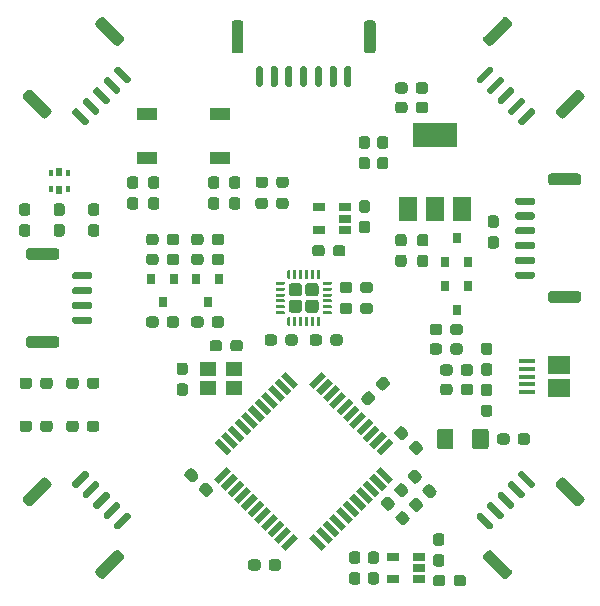
<source format=gbr>
G04 #@! TF.GenerationSoftware,KiCad,Pcbnew,(5.1.8)-1*
G04 #@! TF.CreationDate,2021-01-03T13:20:31-07:00*
G04 #@! TF.ProjectId,Flight-Controller-PCB,466c6967-6874-42d4-936f-6e74726f6c6c,rev?*
G04 #@! TF.SameCoordinates,Original*
G04 #@! TF.FileFunction,Paste,Top*
G04 #@! TF.FilePolarity,Positive*
%FSLAX46Y46*%
G04 Gerber Fmt 4.6, Leading zero omitted, Abs format (unit mm)*
G04 Created by KiCad (PCBNEW (5.1.8)-1) date 2021-01-03 13:20:31*
%MOMM*%
%LPD*%
G01*
G04 APERTURE LIST*
%ADD10R,0.500000X0.700000*%
%ADD11R,0.400000X0.550000*%
%ADD12R,1.900000X1.500000*%
%ADD13R,1.350000X0.400000*%
%ADD14R,0.800000X0.900000*%
%ADD15R,1.800000X1.100000*%
%ADD16R,1.060000X0.650000*%
%ADD17C,0.100000*%
%ADD18R,3.800000X2.000000*%
%ADD19R,1.500000X2.000000*%
%ADD20R,1.400000X1.150000*%
G04 APERTURE END LIST*
G36*
G01*
X94571166Y-137510000D02*
X95046166Y-137510000D01*
G75*
G02*
X95283666Y-137747500I0J-237500D01*
G01*
X95283666Y-138322500D01*
G75*
G02*
X95046166Y-138560000I-237500J0D01*
G01*
X94571166Y-138560000D01*
G75*
G02*
X94333666Y-138322500I0J237500D01*
G01*
X94333666Y-137747500D01*
G75*
G02*
X94571166Y-137510000I237500J0D01*
G01*
G37*
G36*
G01*
X94571166Y-135760000D02*
X95046166Y-135760000D01*
G75*
G02*
X95283666Y-135997500I0J-237500D01*
G01*
X95283666Y-136572500D01*
G75*
G02*
X95046166Y-136810000I-237500J0D01*
G01*
X94571166Y-136810000D01*
G75*
G02*
X94333666Y-136572500I0J237500D01*
G01*
X94333666Y-135997500D01*
G75*
G02*
X94571166Y-135760000I237500J0D01*
G01*
G37*
G36*
G01*
X92980500Y-135760000D02*
X93455500Y-135760000D01*
G75*
G02*
X93693000Y-135997500I0J-237500D01*
G01*
X93693000Y-136572500D01*
G75*
G02*
X93455500Y-136810000I-237500J0D01*
G01*
X92980500Y-136810000D01*
G75*
G02*
X92743000Y-136572500I0J237500D01*
G01*
X92743000Y-135997500D01*
G75*
G02*
X92980500Y-135760000I237500J0D01*
G01*
G37*
G36*
G01*
X92980500Y-137510000D02*
X93455500Y-137510000D01*
G75*
G02*
X93693000Y-137747500I0J-237500D01*
G01*
X93693000Y-138322500D01*
G75*
G02*
X93455500Y-138560000I-237500J0D01*
G01*
X92980500Y-138560000D01*
G75*
G02*
X92743000Y-138322500I0J237500D01*
G01*
X92743000Y-137747500D01*
G75*
G02*
X92980500Y-137510000I237500J0D01*
G01*
G37*
G36*
G01*
X88395000Y-117618500D02*
X88395000Y-118093500D01*
G75*
G02*
X88157500Y-118331000I-237500J0D01*
G01*
X87582500Y-118331000D01*
G75*
G02*
X87345000Y-118093500I0J237500D01*
G01*
X87345000Y-117618500D01*
G75*
G02*
X87582500Y-117381000I237500J0D01*
G01*
X88157500Y-117381000D01*
G75*
G02*
X88395000Y-117618500I0J-237500D01*
G01*
G37*
G36*
G01*
X86645000Y-117618500D02*
X86645000Y-118093500D01*
G75*
G02*
X86407500Y-118331000I-237500J0D01*
G01*
X85832500Y-118331000D01*
G75*
G02*
X85595000Y-118093500I0J237500D01*
G01*
X85595000Y-117618500D01*
G75*
G02*
X85832500Y-117381000I237500J0D01*
G01*
X86407500Y-117381000D01*
G75*
G02*
X86645000Y-117618500I0J-237500D01*
G01*
G37*
G36*
G01*
X91155000Y-118093500D02*
X91155000Y-117618500D01*
G75*
G02*
X91392500Y-117381000I237500J0D01*
G01*
X91967500Y-117381000D01*
G75*
G02*
X92205000Y-117618500I0J-237500D01*
G01*
X92205000Y-118093500D01*
G75*
G02*
X91967500Y-118331000I-237500J0D01*
G01*
X91392500Y-118331000D01*
G75*
G02*
X91155000Y-118093500I0J237500D01*
G01*
G37*
G36*
G01*
X89405000Y-118093500D02*
X89405000Y-117618500D01*
G75*
G02*
X89642500Y-117381000I237500J0D01*
G01*
X90217500Y-117381000D01*
G75*
G02*
X90455000Y-117618500I0J-237500D01*
G01*
X90455000Y-118093500D01*
G75*
G02*
X90217500Y-118331000I-237500J0D01*
G01*
X89642500Y-118331000D01*
G75*
G02*
X89405000Y-118093500I0J237500D01*
G01*
G37*
G36*
G01*
X91945000Y-115426500D02*
X91945000Y-114951500D01*
G75*
G02*
X92182500Y-114714000I237500J0D01*
G01*
X92757500Y-114714000D01*
G75*
G02*
X92995000Y-114951500I0J-237500D01*
G01*
X92995000Y-115426500D01*
G75*
G02*
X92757500Y-115664000I-237500J0D01*
G01*
X92182500Y-115664000D01*
G75*
G02*
X91945000Y-115426500I0J237500D01*
G01*
G37*
G36*
G01*
X93695000Y-115426500D02*
X93695000Y-114951500D01*
G75*
G02*
X93932500Y-114714000I237500J0D01*
G01*
X94507500Y-114714000D01*
G75*
G02*
X94745000Y-114951500I0J-237500D01*
G01*
X94745000Y-115426500D01*
G75*
G02*
X94507500Y-115664000I-237500J0D01*
G01*
X93932500Y-115664000D01*
G75*
G02*
X93695000Y-115426500I0J237500D01*
G01*
G37*
G36*
G01*
X92995000Y-113173500D02*
X92995000Y-113648500D01*
G75*
G02*
X92757500Y-113886000I-237500J0D01*
G01*
X92182500Y-113886000D01*
G75*
G02*
X91945000Y-113648500I0J237500D01*
G01*
X91945000Y-113173500D01*
G75*
G02*
X92182500Y-112936000I237500J0D01*
G01*
X92757500Y-112936000D01*
G75*
G02*
X92995000Y-113173500I0J-237500D01*
G01*
G37*
G36*
G01*
X94745000Y-113173500D02*
X94745000Y-113648500D01*
G75*
G02*
X94507500Y-113886000I-237500J0D01*
G01*
X93932500Y-113886000D01*
G75*
G02*
X93695000Y-113648500I0J237500D01*
G01*
X93695000Y-113173500D01*
G75*
G02*
X93932500Y-112936000I237500J0D01*
G01*
X94507500Y-112936000D01*
G75*
G02*
X94745000Y-113173500I0J-237500D01*
G01*
G37*
G36*
G01*
X78861716Y-122575949D02*
X78386716Y-122575949D01*
G75*
G02*
X78149216Y-122338449I0J237500D01*
G01*
X78149216Y-121763449D01*
G75*
G02*
X78386716Y-121525949I237500J0D01*
G01*
X78861716Y-121525949D01*
G75*
G02*
X79099216Y-121763449I0J-237500D01*
G01*
X79099216Y-122338449D01*
G75*
G02*
X78861716Y-122575949I-237500J0D01*
G01*
G37*
G36*
G01*
X78861716Y-120825949D02*
X78386716Y-120825949D01*
G75*
G02*
X78149216Y-120588449I0J237500D01*
G01*
X78149216Y-120013449D01*
G75*
G02*
X78386716Y-119775949I237500J0D01*
G01*
X78861716Y-119775949D01*
G75*
G02*
X79099216Y-120013449I0J-237500D01*
G01*
X79099216Y-120588449D01*
G75*
G02*
X78861716Y-120825949I-237500J0D01*
G01*
G37*
G36*
G01*
X82693214Y-118583449D02*
X82693214Y-118108449D01*
G75*
G02*
X82930714Y-117870949I237500J0D01*
G01*
X83505714Y-117870949D01*
G75*
G02*
X83743214Y-118108449I0J-237500D01*
G01*
X83743214Y-118583449D01*
G75*
G02*
X83505714Y-118820949I-237500J0D01*
G01*
X82930714Y-118820949D01*
G75*
G02*
X82693214Y-118583449I0J237500D01*
G01*
G37*
G36*
G01*
X80943214Y-118583449D02*
X80943214Y-118108449D01*
G75*
G02*
X81180714Y-117870949I237500J0D01*
G01*
X81755714Y-117870949D01*
G75*
G02*
X81993214Y-118108449I0J-237500D01*
G01*
X81993214Y-118583449D01*
G75*
G02*
X81755714Y-118820949I-237500J0D01*
G01*
X81180714Y-118820949D01*
G75*
G02*
X80943214Y-118583449I0J237500D01*
G01*
G37*
G36*
G01*
X96726549Y-132749425D02*
X97062425Y-132413549D01*
G75*
G02*
X97398301Y-132413549I167938J-167938D01*
G01*
X97804887Y-132820135D01*
G75*
G02*
X97804887Y-133156011I-167938J-167938D01*
G01*
X97469011Y-133491887D01*
G75*
G02*
X97133135Y-133491887I-167938J167938D01*
G01*
X96726549Y-133085301D01*
G75*
G02*
X96726549Y-132749425I167938J167938D01*
G01*
G37*
G36*
G01*
X95489113Y-131511989D02*
X95824989Y-131176113D01*
G75*
G02*
X96160865Y-131176113I167938J-167938D01*
G01*
X96567451Y-131582699D01*
G75*
G02*
X96567451Y-131918575I-167938J-167938D01*
G01*
X96231575Y-132254451D01*
G75*
G02*
X95895699Y-132254451I-167938J167938D01*
G01*
X95489113Y-131847865D01*
G75*
G02*
X95489113Y-131511989I167938J167938D01*
G01*
G37*
G36*
G01*
X94173989Y-123331887D02*
X93838113Y-122996011D01*
G75*
G02*
X93838113Y-122660135I167938J167938D01*
G01*
X94244699Y-122253549D01*
G75*
G02*
X94580575Y-122253549I167938J-167938D01*
G01*
X94916451Y-122589425D01*
G75*
G02*
X94916451Y-122925301I-167938J-167938D01*
G01*
X94509865Y-123331887D01*
G75*
G02*
X94173989Y-123331887I-167938J167938D01*
G01*
G37*
G36*
G01*
X95411425Y-122094451D02*
X95075549Y-121758575D01*
G75*
G02*
X95075549Y-121422699I167938J167938D01*
G01*
X95482135Y-121016113D01*
G75*
G02*
X95818011Y-121016113I167938J-167938D01*
G01*
X96153887Y-121351989D01*
G75*
G02*
X96153887Y-121687865I-167938J-167938D01*
G01*
X95747301Y-122094451D01*
G75*
G02*
X95411425Y-122094451I-167938J167938D01*
G01*
G37*
G36*
G01*
X81167887Y-130743011D02*
X80832011Y-131078887D01*
G75*
G02*
X80496135Y-131078887I-167938J167938D01*
G01*
X80089549Y-130672301D01*
G75*
G02*
X80089549Y-130336425I167938J167938D01*
G01*
X80425425Y-130000549D01*
G75*
G02*
X80761301Y-130000549I167938J-167938D01*
G01*
X81167887Y-130407135D01*
G75*
G02*
X81167887Y-130743011I-167938J-167938D01*
G01*
G37*
G36*
G01*
X79930451Y-129505575D02*
X79594575Y-129841451D01*
G75*
G02*
X79258699Y-129841451I-167938J167938D01*
G01*
X78852113Y-129434865D01*
G75*
G02*
X78852113Y-129098989I167938J167938D01*
G01*
X79187989Y-128763113D01*
G75*
G02*
X79523865Y-128763113I167938J-167938D01*
G01*
X79930451Y-129169699D01*
G75*
G02*
X79930451Y-129505575I-167938J-167938D01*
G01*
G37*
G36*
G01*
X97869549Y-131606425D02*
X98205425Y-131270549D01*
G75*
G02*
X98541301Y-131270549I167938J-167938D01*
G01*
X98947887Y-131677135D01*
G75*
G02*
X98947887Y-132013011I-167938J-167938D01*
G01*
X98612011Y-132348887D01*
G75*
G02*
X98276135Y-132348887I-167938J167938D01*
G01*
X97869549Y-131942301D01*
G75*
G02*
X97869549Y-131606425I167938J167938D01*
G01*
G37*
G36*
G01*
X96632113Y-130368989D02*
X96967989Y-130033113D01*
G75*
G02*
X97303865Y-130033113I167938J-167938D01*
G01*
X97710451Y-130439699D01*
G75*
G02*
X97710451Y-130775575I-167938J-167938D01*
G01*
X97374575Y-131111451D01*
G75*
G02*
X97038699Y-131111451I-167938J167938D01*
G01*
X96632113Y-130704865D01*
G75*
G02*
X96632113Y-130368989I167938J167938D01*
G01*
G37*
G36*
G01*
X82820500Y-104010000D02*
X83295500Y-104010000D01*
G75*
G02*
X83533000Y-104247500I0J-237500D01*
G01*
X83533000Y-104822500D01*
G75*
G02*
X83295500Y-105060000I-237500J0D01*
G01*
X82820500Y-105060000D01*
G75*
G02*
X82583000Y-104822500I0J237500D01*
G01*
X82583000Y-104247500D01*
G75*
G02*
X82820500Y-104010000I237500J0D01*
G01*
G37*
G36*
G01*
X82820500Y-105760000D02*
X83295500Y-105760000D01*
G75*
G02*
X83533000Y-105997500I0J-237500D01*
G01*
X83533000Y-106572500D01*
G75*
G02*
X83295500Y-106810000I-237500J0D01*
G01*
X82820500Y-106810000D01*
G75*
G02*
X82583000Y-106572500I0J237500D01*
G01*
X82583000Y-105997500D01*
G75*
G02*
X82820500Y-105760000I237500J0D01*
G01*
G37*
G36*
G01*
X81042500Y-105760000D02*
X81517500Y-105760000D01*
G75*
G02*
X81755000Y-105997500I0J-237500D01*
G01*
X81755000Y-106572500D01*
G75*
G02*
X81517500Y-106810000I-237500J0D01*
G01*
X81042500Y-106810000D01*
G75*
G02*
X80805000Y-106572500I0J237500D01*
G01*
X80805000Y-105997500D01*
G75*
G02*
X81042500Y-105760000I237500J0D01*
G01*
G37*
G36*
G01*
X81042500Y-104010000D02*
X81517500Y-104010000D01*
G75*
G02*
X81755000Y-104247500I0J-237500D01*
G01*
X81755000Y-104822500D01*
G75*
G02*
X81517500Y-105060000I-237500J0D01*
G01*
X81042500Y-105060000D01*
G75*
G02*
X80805000Y-104822500I0J237500D01*
G01*
X80805000Y-104247500D01*
G75*
G02*
X81042500Y-104010000I237500J0D01*
G01*
G37*
G36*
G01*
X100615000Y-116729500D02*
X100615000Y-117204500D01*
G75*
G02*
X100377500Y-117442000I-237500J0D01*
G01*
X99802500Y-117442000D01*
G75*
G02*
X99565000Y-117204500I0J237500D01*
G01*
X99565000Y-116729500D01*
G75*
G02*
X99802500Y-116492000I237500J0D01*
G01*
X100377500Y-116492000D01*
G75*
G02*
X100615000Y-116729500I0J-237500D01*
G01*
G37*
G36*
G01*
X102365000Y-116729500D02*
X102365000Y-117204500D01*
G75*
G02*
X102127500Y-117442000I-237500J0D01*
G01*
X101552500Y-117442000D01*
G75*
G02*
X101315000Y-117204500I0J237500D01*
G01*
X101315000Y-116729500D01*
G75*
G02*
X101552500Y-116492000I237500J0D01*
G01*
X102127500Y-116492000D01*
G75*
G02*
X102365000Y-116729500I0J-237500D01*
G01*
G37*
G36*
G01*
X99221500Y-109936000D02*
X98746500Y-109936000D01*
G75*
G02*
X98509000Y-109698500I0J237500D01*
G01*
X98509000Y-109123500D01*
G75*
G02*
X98746500Y-108886000I237500J0D01*
G01*
X99221500Y-108886000D01*
G75*
G02*
X99459000Y-109123500I0J-237500D01*
G01*
X99459000Y-109698500D01*
G75*
G02*
X99221500Y-109936000I-237500J0D01*
G01*
G37*
G36*
G01*
X99221500Y-111686000D02*
X98746500Y-111686000D01*
G75*
G02*
X98509000Y-111448500I0J237500D01*
G01*
X98509000Y-110873500D01*
G75*
G02*
X98746500Y-110636000I237500J0D01*
G01*
X99221500Y-110636000D01*
G75*
G02*
X99459000Y-110873500I0J-237500D01*
G01*
X99459000Y-111448500D01*
G75*
G02*
X99221500Y-111686000I-237500J0D01*
G01*
G37*
G36*
G01*
X97371500Y-109936000D02*
X96896500Y-109936000D01*
G75*
G02*
X96659000Y-109698500I0J237500D01*
G01*
X96659000Y-109123500D01*
G75*
G02*
X96896500Y-108886000I237500J0D01*
G01*
X97371500Y-108886000D01*
G75*
G02*
X97609000Y-109123500I0J-237500D01*
G01*
X97609000Y-109698500D01*
G75*
G02*
X97371500Y-109936000I-237500J0D01*
G01*
G37*
G36*
G01*
X97371500Y-111686000D02*
X96896500Y-111686000D01*
G75*
G02*
X96659000Y-111448500I0J237500D01*
G01*
X96659000Y-110873500D01*
G75*
G02*
X96896500Y-110636000I237500J0D01*
G01*
X97371500Y-110636000D01*
G75*
G02*
X97609000Y-110873500I0J-237500D01*
G01*
X97609000Y-111448500D01*
G75*
G02*
X97371500Y-111686000I-237500J0D01*
G01*
G37*
G36*
G01*
X94291000Y-108819000D02*
X93816000Y-108819000D01*
G75*
G02*
X93578500Y-108581500I0J237500D01*
G01*
X93578500Y-108006500D01*
G75*
G02*
X93816000Y-107769000I237500J0D01*
G01*
X94291000Y-107769000D01*
G75*
G02*
X94528500Y-108006500I0J-237500D01*
G01*
X94528500Y-108581500D01*
G75*
G02*
X94291000Y-108819000I-237500J0D01*
G01*
G37*
G36*
G01*
X94291000Y-107069000D02*
X93816000Y-107069000D01*
G75*
G02*
X93578500Y-106831500I0J237500D01*
G01*
X93578500Y-106256500D01*
G75*
G02*
X93816000Y-106019000I237500J0D01*
G01*
X94291000Y-106019000D01*
G75*
G02*
X94528500Y-106256500I0J-237500D01*
G01*
X94528500Y-106831500D01*
G75*
G02*
X94291000Y-107069000I-237500J0D01*
G01*
G37*
G36*
G01*
X93803833Y-100614000D02*
X94278833Y-100614000D01*
G75*
G02*
X94516333Y-100851500I0J-237500D01*
G01*
X94516333Y-101426500D01*
G75*
G02*
X94278833Y-101664000I-237500J0D01*
G01*
X93803833Y-101664000D01*
G75*
G02*
X93566333Y-101426500I0J237500D01*
G01*
X93566333Y-100851500D01*
G75*
G02*
X93803833Y-100614000I237500J0D01*
G01*
G37*
G36*
G01*
X93803833Y-102364000D02*
X94278833Y-102364000D01*
G75*
G02*
X94516333Y-102601500I0J-237500D01*
G01*
X94516333Y-103176500D01*
G75*
G02*
X94278833Y-103414000I-237500J0D01*
G01*
X93803833Y-103414000D01*
G75*
G02*
X93566333Y-103176500I0J237500D01*
G01*
X93566333Y-102601500D01*
G75*
G02*
X93803833Y-102364000I237500J0D01*
G01*
G37*
G36*
G01*
X107030000Y-126475500D02*
X107030000Y-126000500D01*
G75*
G02*
X107267500Y-125763000I237500J0D01*
G01*
X107842500Y-125763000D01*
G75*
G02*
X108080000Y-126000500I0J-237500D01*
G01*
X108080000Y-126475500D01*
G75*
G02*
X107842500Y-126713000I-237500J0D01*
G01*
X107267500Y-126713000D01*
G75*
G02*
X107030000Y-126475500I0J237500D01*
G01*
G37*
G36*
G01*
X105280000Y-126475500D02*
X105280000Y-126000500D01*
G75*
G02*
X105517500Y-125763000I237500J0D01*
G01*
X106092500Y-125763000D01*
G75*
G02*
X106330000Y-126000500I0J-237500D01*
G01*
X106330000Y-126475500D01*
G75*
G02*
X106092500Y-126713000I-237500J0D01*
G01*
X105517500Y-126713000D01*
G75*
G02*
X105280000Y-126475500I0J237500D01*
G01*
G37*
G36*
G01*
X95350166Y-100614000D02*
X95825166Y-100614000D01*
G75*
G02*
X96062666Y-100851500I0J-237500D01*
G01*
X96062666Y-101426500D01*
G75*
G02*
X95825166Y-101664000I-237500J0D01*
G01*
X95350166Y-101664000D01*
G75*
G02*
X95112666Y-101426500I0J237500D01*
G01*
X95112666Y-100851500D01*
G75*
G02*
X95350166Y-100614000I237500J0D01*
G01*
G37*
G36*
G01*
X95350166Y-102364000D02*
X95825166Y-102364000D01*
G75*
G02*
X96062666Y-102601500I0J-237500D01*
G01*
X96062666Y-103176500D01*
G75*
G02*
X95825166Y-103414000I-237500J0D01*
G01*
X95350166Y-103414000D01*
G75*
G02*
X95112666Y-103176500I0J237500D01*
G01*
X95112666Y-102601500D01*
G75*
G02*
X95350166Y-102364000I237500J0D01*
G01*
G37*
G36*
G01*
X89629500Y-110537000D02*
X89629500Y-110062000D01*
G75*
G02*
X89867000Y-109824500I237500J0D01*
G01*
X90442000Y-109824500D01*
G75*
G02*
X90679500Y-110062000I0J-237500D01*
G01*
X90679500Y-110537000D01*
G75*
G02*
X90442000Y-110774500I-237500J0D01*
G01*
X89867000Y-110774500D01*
G75*
G02*
X89629500Y-110537000I0J237500D01*
G01*
G37*
G36*
G01*
X91379500Y-110537000D02*
X91379500Y-110062000D01*
G75*
G02*
X91617000Y-109824500I237500J0D01*
G01*
X92192000Y-109824500D01*
G75*
G02*
X92429500Y-110062000I0J-237500D01*
G01*
X92429500Y-110537000D01*
G75*
G02*
X92192000Y-110774500I-237500J0D01*
G01*
X91617000Y-110774500D01*
G75*
G02*
X91379500Y-110537000I0J237500D01*
G01*
G37*
D10*
X68201000Y-105144000D03*
D11*
X67476000Y-105069000D03*
D10*
X68201000Y-103644000D03*
D11*
X67476000Y-103719000D03*
X68926000Y-105069000D03*
X68926000Y-103719000D03*
G36*
G01*
X98394000Y-96757500D02*
X98394000Y-96282500D01*
G75*
G02*
X98631500Y-96045000I237500J0D01*
G01*
X99206500Y-96045000D01*
G75*
G02*
X99444000Y-96282500I0J-237500D01*
G01*
X99444000Y-96757500D01*
G75*
G02*
X99206500Y-96995000I-237500J0D01*
G01*
X98631500Y-96995000D01*
G75*
G02*
X98394000Y-96757500I0J237500D01*
G01*
G37*
G36*
G01*
X96644000Y-96757500D02*
X96644000Y-96282500D01*
G75*
G02*
X96881500Y-96045000I237500J0D01*
G01*
X97456500Y-96045000D01*
G75*
G02*
X97694000Y-96282500I0J-237500D01*
G01*
X97694000Y-96757500D01*
G75*
G02*
X97456500Y-96995000I-237500J0D01*
G01*
X96881500Y-96995000D01*
G75*
G02*
X96644000Y-96757500I0J237500D01*
G01*
G37*
G36*
G01*
X87619000Y-106052500D02*
X87619000Y-106527500D01*
G75*
G02*
X87381500Y-106765000I-237500J0D01*
G01*
X86806500Y-106765000D01*
G75*
G02*
X86569000Y-106527500I0J237500D01*
G01*
X86569000Y-106052500D01*
G75*
G02*
X86806500Y-105815000I237500J0D01*
G01*
X87381500Y-105815000D01*
G75*
G02*
X87619000Y-106052500I0J-237500D01*
G01*
G37*
G36*
G01*
X85869000Y-106052500D02*
X85869000Y-106527500D01*
G75*
G02*
X85631500Y-106765000I-237500J0D01*
G01*
X85056500Y-106765000D01*
G75*
G02*
X84819000Y-106527500I0J237500D01*
G01*
X84819000Y-106052500D01*
G75*
G02*
X85056500Y-105815000I237500J0D01*
G01*
X85631500Y-105815000D01*
G75*
G02*
X85869000Y-106052500I0J-237500D01*
G01*
G37*
G36*
G01*
X74184500Y-105760000D02*
X74659500Y-105760000D01*
G75*
G02*
X74897000Y-105997500I0J-237500D01*
G01*
X74897000Y-106572500D01*
G75*
G02*
X74659500Y-106810000I-237500J0D01*
G01*
X74184500Y-106810000D01*
G75*
G02*
X73947000Y-106572500I0J237500D01*
G01*
X73947000Y-105997500D01*
G75*
G02*
X74184500Y-105760000I237500J0D01*
G01*
G37*
G36*
G01*
X74184500Y-104010000D02*
X74659500Y-104010000D01*
G75*
G02*
X74897000Y-104247500I0J-237500D01*
G01*
X74897000Y-104822500D01*
G75*
G02*
X74659500Y-105060000I-237500J0D01*
G01*
X74184500Y-105060000D01*
G75*
G02*
X73947000Y-104822500I0J237500D01*
G01*
X73947000Y-104247500D01*
G75*
G02*
X74184500Y-104010000I237500J0D01*
G01*
G37*
G36*
G01*
X64843000Y-121752841D02*
X64843000Y-121277841D01*
G75*
G02*
X65080500Y-121040341I237500J0D01*
G01*
X65655500Y-121040341D01*
G75*
G02*
X65893000Y-121277841I0J-237500D01*
G01*
X65893000Y-121752841D01*
G75*
G02*
X65655500Y-121990341I-237500J0D01*
G01*
X65080500Y-121990341D01*
G75*
G02*
X64843000Y-121752841I0J237500D01*
G01*
G37*
G36*
G01*
X66593000Y-121752841D02*
X66593000Y-121277841D01*
G75*
G02*
X66830500Y-121040341I237500J0D01*
G01*
X67405500Y-121040341D01*
G75*
G02*
X67643000Y-121277841I0J-237500D01*
G01*
X67643000Y-121752841D01*
G75*
G02*
X67405500Y-121990341I-237500J0D01*
G01*
X66830500Y-121990341D01*
G75*
G02*
X66593000Y-121752841I0J237500D01*
G01*
G37*
G36*
G01*
X66593000Y-125396000D02*
X66593000Y-124921000D01*
G75*
G02*
X66830500Y-124683500I237500J0D01*
G01*
X67405500Y-124683500D01*
G75*
G02*
X67643000Y-124921000I0J-237500D01*
G01*
X67643000Y-125396000D01*
G75*
G02*
X67405500Y-125633500I-237500J0D01*
G01*
X66830500Y-125633500D01*
G75*
G02*
X66593000Y-125396000I0J237500D01*
G01*
G37*
G36*
G01*
X64843000Y-125396000D02*
X64843000Y-124921000D01*
G75*
G02*
X65080500Y-124683500I237500J0D01*
G01*
X65655500Y-124683500D01*
G75*
G02*
X65893000Y-124921000I0J-237500D01*
G01*
X65893000Y-125396000D01*
G75*
G02*
X65655500Y-125633500I-237500J0D01*
G01*
X65080500Y-125633500D01*
G75*
G02*
X64843000Y-125396000I0J237500D01*
G01*
G37*
G36*
G01*
X104562000Y-125613000D02*
X104562000Y-126863000D01*
G75*
G02*
X104312000Y-127113000I-250000J0D01*
G01*
X103387000Y-127113000D01*
G75*
G02*
X103137000Y-126863000I0J250000D01*
G01*
X103137000Y-125613000D01*
G75*
G02*
X103387000Y-125363000I250000J0D01*
G01*
X104312000Y-125363000D01*
G75*
G02*
X104562000Y-125613000I0J-250000D01*
G01*
G37*
G36*
G01*
X101587000Y-125613000D02*
X101587000Y-126863000D01*
G75*
G02*
X101337000Y-127113000I-250000J0D01*
G01*
X100412000Y-127113000D01*
G75*
G02*
X100162000Y-126863000I0J250000D01*
G01*
X100162000Y-125613000D01*
G75*
G02*
X100412000Y-125363000I250000J0D01*
G01*
X101337000Y-125363000D01*
G75*
G02*
X101587000Y-125613000I0J-250000D01*
G01*
G37*
G36*
G01*
X72945584Y-92900862D02*
X71319239Y-91274517D01*
G75*
G02*
X71319239Y-90920963I176777J176777D01*
G01*
X71672792Y-90567410D01*
G75*
G02*
X72026346Y-90567410I176777J-176777D01*
G01*
X73652691Y-92193755D01*
G75*
G02*
X73652691Y-92547309I-176777J-176777D01*
G01*
X73299138Y-92900862D01*
G75*
G02*
X72945584Y-92900862I-176777J176777D01*
G01*
G37*
G36*
G01*
X66793755Y-99052691D02*
X65167410Y-97426346D01*
G75*
G02*
X65167410Y-97072792I176777J176777D01*
G01*
X65520963Y-96719239D01*
G75*
G02*
X65874517Y-96719239I176777J-176777D01*
G01*
X67500862Y-98345584D01*
G75*
G02*
X67500862Y-98699138I-176777J-176777D01*
G01*
X67147309Y-99052691D01*
G75*
G02*
X66793755Y-99052691I-176777J176777D01*
G01*
G37*
G36*
G01*
X73829468Y-96118198D02*
X72839518Y-95128248D01*
G75*
G02*
X72839518Y-94916116I106066J106066D01*
G01*
X73051650Y-94703984D01*
G75*
G02*
X73263782Y-94703984I106066J-106066D01*
G01*
X74253732Y-95693934D01*
G75*
G02*
X74253732Y-95906066I-106066J-106066D01*
G01*
X74041600Y-96118198D01*
G75*
G02*
X73829468Y-96118198I-106066J106066D01*
G01*
G37*
G36*
G01*
X72945585Y-97002082D02*
X71955635Y-96012132D01*
G75*
G02*
X71955635Y-95800000I106066J106066D01*
G01*
X72167767Y-95587868D01*
G75*
G02*
X72379899Y-95587868I106066J-106066D01*
G01*
X73369849Y-96577818D01*
G75*
G02*
X73369849Y-96789950I-106066J-106066D01*
G01*
X73157717Y-97002082D01*
G75*
G02*
X72945585Y-97002082I-106066J106066D01*
G01*
G37*
G36*
G01*
X72061701Y-97885965D02*
X71071751Y-96896015D01*
G75*
G02*
X71071751Y-96683883I106066J106066D01*
G01*
X71283883Y-96471751D01*
G75*
G02*
X71496015Y-96471751I106066J-106066D01*
G01*
X72485965Y-97461701D01*
G75*
G02*
X72485965Y-97673833I-106066J-106066D01*
G01*
X72273833Y-97885965D01*
G75*
G02*
X72061701Y-97885965I-106066J106066D01*
G01*
G37*
G36*
G01*
X71177818Y-98769849D02*
X70187868Y-97779899D01*
G75*
G02*
X70187868Y-97567767I106066J106066D01*
G01*
X70400000Y-97355635D01*
G75*
G02*
X70612132Y-97355635I106066J-106066D01*
G01*
X71602082Y-98345585D01*
G75*
G02*
X71602082Y-98557717I-106066J-106066D01*
G01*
X71389950Y-98769849D01*
G75*
G02*
X71177818Y-98769849I-106066J106066D01*
G01*
G37*
G36*
G01*
X70293934Y-99653732D02*
X69303984Y-98663782D01*
G75*
G02*
X69303984Y-98451650I106066J106066D01*
G01*
X69516116Y-98239518D01*
G75*
G02*
X69728248Y-98239518I106066J-106066D01*
G01*
X70718198Y-99229468D01*
G75*
G02*
X70718198Y-99441600I-106066J-106066D01*
G01*
X70506066Y-99653732D01*
G75*
G02*
X70293934Y-99653732I-106066J106066D01*
G01*
G37*
G36*
G01*
X84850000Y-96246000D02*
X84850000Y-94846000D01*
G75*
G02*
X85000000Y-94696000I150000J0D01*
G01*
X85300000Y-94696000D01*
G75*
G02*
X85450000Y-94846000I0J-150000D01*
G01*
X85450000Y-96246000D01*
G75*
G02*
X85300000Y-96396000I-150000J0D01*
G01*
X85000000Y-96396000D01*
G75*
G02*
X84850000Y-96246000I0J150000D01*
G01*
G37*
G36*
G01*
X86100000Y-96246000D02*
X86100000Y-94846000D01*
G75*
G02*
X86250000Y-94696000I150000J0D01*
G01*
X86550000Y-94696000D01*
G75*
G02*
X86700000Y-94846000I0J-150000D01*
G01*
X86700000Y-96246000D01*
G75*
G02*
X86550000Y-96396000I-150000J0D01*
G01*
X86250000Y-96396000D01*
G75*
G02*
X86100000Y-96246000I0J150000D01*
G01*
G37*
G36*
G01*
X87350000Y-96246000D02*
X87350000Y-94846000D01*
G75*
G02*
X87500000Y-94696000I150000J0D01*
G01*
X87800000Y-94696000D01*
G75*
G02*
X87950000Y-94846000I0J-150000D01*
G01*
X87950000Y-96246000D01*
G75*
G02*
X87800000Y-96396000I-150000J0D01*
G01*
X87500000Y-96396000D01*
G75*
G02*
X87350000Y-96246000I0J150000D01*
G01*
G37*
G36*
G01*
X88600000Y-96246000D02*
X88600000Y-94846000D01*
G75*
G02*
X88750000Y-94696000I150000J0D01*
G01*
X89050000Y-94696000D01*
G75*
G02*
X89200000Y-94846000I0J-150000D01*
G01*
X89200000Y-96246000D01*
G75*
G02*
X89050000Y-96396000I-150000J0D01*
G01*
X88750000Y-96396000D01*
G75*
G02*
X88600000Y-96246000I0J150000D01*
G01*
G37*
G36*
G01*
X89850000Y-96246000D02*
X89850000Y-94846000D01*
G75*
G02*
X90000000Y-94696000I150000J0D01*
G01*
X90300000Y-94696000D01*
G75*
G02*
X90450000Y-94846000I0J-150000D01*
G01*
X90450000Y-96246000D01*
G75*
G02*
X90300000Y-96396000I-150000J0D01*
G01*
X90000000Y-96396000D01*
G75*
G02*
X89850000Y-96246000I0J150000D01*
G01*
G37*
G36*
G01*
X91100000Y-96246000D02*
X91100000Y-94846000D01*
G75*
G02*
X91250000Y-94696000I150000J0D01*
G01*
X91550000Y-94696000D01*
G75*
G02*
X91700000Y-94846000I0J-150000D01*
G01*
X91700000Y-96246000D01*
G75*
G02*
X91550000Y-96396000I-150000J0D01*
G01*
X91250000Y-96396000D01*
G75*
G02*
X91100000Y-96246000I0J150000D01*
G01*
G37*
G36*
G01*
X92350000Y-96246000D02*
X92350000Y-94846000D01*
G75*
G02*
X92500000Y-94696000I150000J0D01*
G01*
X92800000Y-94696000D01*
G75*
G02*
X92950000Y-94846000I0J-150000D01*
G01*
X92950000Y-96246000D01*
G75*
G02*
X92800000Y-96396000I-150000J0D01*
G01*
X92500000Y-96396000D01*
G75*
G02*
X92350000Y-96246000I0J150000D01*
G01*
G37*
G36*
G01*
X82800000Y-93346000D02*
X82800000Y-91046000D01*
G75*
G02*
X83050000Y-90796000I250000J0D01*
G01*
X83550000Y-90796000D01*
G75*
G02*
X83800000Y-91046000I0J-250000D01*
G01*
X83800000Y-93346000D01*
G75*
G02*
X83550000Y-93596000I-250000J0D01*
G01*
X83050000Y-93596000D01*
G75*
G02*
X82800000Y-93346000I0J250000D01*
G01*
G37*
G36*
G01*
X94000000Y-93346000D02*
X94000000Y-91046000D01*
G75*
G02*
X94250000Y-90796000I250000J0D01*
G01*
X94750000Y-90796000D01*
G75*
G02*
X95000000Y-91046000I0J-250000D01*
G01*
X95000000Y-93346000D01*
G75*
G02*
X94750000Y-93596000I-250000J0D01*
G01*
X94250000Y-93596000D01*
G75*
G02*
X94000000Y-93346000I0J250000D01*
G01*
G37*
G36*
G01*
X103546268Y-95693934D02*
X104536218Y-94703984D01*
G75*
G02*
X104748350Y-94703984I106066J-106066D01*
G01*
X104960482Y-94916116D01*
G75*
G02*
X104960482Y-95128248I-106066J-106066D01*
G01*
X103970532Y-96118198D01*
G75*
G02*
X103758400Y-96118198I-106066J106066D01*
G01*
X103546268Y-95906066D01*
G75*
G02*
X103546268Y-95693934I106066J106066D01*
G01*
G37*
G36*
G01*
X104430151Y-96577818D02*
X105420101Y-95587868D01*
G75*
G02*
X105632233Y-95587868I106066J-106066D01*
G01*
X105844365Y-95800000D01*
G75*
G02*
X105844365Y-96012132I-106066J-106066D01*
G01*
X104854415Y-97002082D01*
G75*
G02*
X104642283Y-97002082I-106066J106066D01*
G01*
X104430151Y-96789950D01*
G75*
G02*
X104430151Y-96577818I106066J106066D01*
G01*
G37*
G36*
G01*
X105314035Y-97461701D02*
X106303985Y-96471751D01*
G75*
G02*
X106516117Y-96471751I106066J-106066D01*
G01*
X106728249Y-96683883D01*
G75*
G02*
X106728249Y-96896015I-106066J-106066D01*
G01*
X105738299Y-97885965D01*
G75*
G02*
X105526167Y-97885965I-106066J106066D01*
G01*
X105314035Y-97673833D01*
G75*
G02*
X105314035Y-97461701I106066J106066D01*
G01*
G37*
G36*
G01*
X106197918Y-98345585D02*
X107187868Y-97355635D01*
G75*
G02*
X107400000Y-97355635I106066J-106066D01*
G01*
X107612132Y-97567767D01*
G75*
G02*
X107612132Y-97779899I-106066J-106066D01*
G01*
X106622182Y-98769849D01*
G75*
G02*
X106410050Y-98769849I-106066J106066D01*
G01*
X106197918Y-98557717D01*
G75*
G02*
X106197918Y-98345585I106066J106066D01*
G01*
G37*
G36*
G01*
X107081802Y-99229468D02*
X108071752Y-98239518D01*
G75*
G02*
X108283884Y-98239518I106066J-106066D01*
G01*
X108496016Y-98451650D01*
G75*
G02*
X108496016Y-98663782I-106066J-106066D01*
G01*
X107506066Y-99653732D01*
G75*
G02*
X107293934Y-99653732I-106066J106066D01*
G01*
X107081802Y-99441600D01*
G75*
G02*
X107081802Y-99229468I106066J106066D01*
G01*
G37*
G36*
G01*
X104147309Y-92193755D02*
X105773654Y-90567410D01*
G75*
G02*
X106127208Y-90567410I176777J-176777D01*
G01*
X106480761Y-90920963D01*
G75*
G02*
X106480761Y-91274517I-176777J-176777D01*
G01*
X104854416Y-92900862D01*
G75*
G02*
X104500862Y-92900862I-176777J176777D01*
G01*
X104147309Y-92547309D01*
G75*
G02*
X104147309Y-92193755I176777J176777D01*
G01*
G37*
G36*
G01*
X110299138Y-98345584D02*
X111925483Y-96719239D01*
G75*
G02*
X112279037Y-96719239I176777J-176777D01*
G01*
X112632590Y-97072792D01*
G75*
G02*
X112632590Y-97426346I-176777J-176777D01*
G01*
X111006245Y-99052691D01*
G75*
G02*
X110652691Y-99052691I-176777J176777D01*
G01*
X110299138Y-98699138D01*
G75*
G02*
X110299138Y-98345584I176777J176777D01*
G01*
G37*
G36*
G01*
X104854416Y-135699138D02*
X106480761Y-137325483D01*
G75*
G02*
X106480761Y-137679037I-176777J-176777D01*
G01*
X106127208Y-138032590D01*
G75*
G02*
X105773654Y-138032590I-176777J176777D01*
G01*
X104147309Y-136406245D01*
G75*
G02*
X104147309Y-136052691I176777J176777D01*
G01*
X104500862Y-135699138D01*
G75*
G02*
X104854416Y-135699138I176777J-176777D01*
G01*
G37*
G36*
G01*
X111006245Y-129547309D02*
X112632590Y-131173654D01*
G75*
G02*
X112632590Y-131527208I-176777J-176777D01*
G01*
X112279037Y-131880761D01*
G75*
G02*
X111925483Y-131880761I-176777J176777D01*
G01*
X110299138Y-130254416D01*
G75*
G02*
X110299138Y-129900862I176777J176777D01*
G01*
X110652691Y-129547309D01*
G75*
G02*
X111006245Y-129547309I176777J-176777D01*
G01*
G37*
G36*
G01*
X103970532Y-132481802D02*
X104960482Y-133471752D01*
G75*
G02*
X104960482Y-133683884I-106066J-106066D01*
G01*
X104748350Y-133896016D01*
G75*
G02*
X104536218Y-133896016I-106066J106066D01*
G01*
X103546268Y-132906066D01*
G75*
G02*
X103546268Y-132693934I106066J106066D01*
G01*
X103758400Y-132481802D01*
G75*
G02*
X103970532Y-132481802I106066J-106066D01*
G01*
G37*
G36*
G01*
X104854415Y-131597918D02*
X105844365Y-132587868D01*
G75*
G02*
X105844365Y-132800000I-106066J-106066D01*
G01*
X105632233Y-133012132D01*
G75*
G02*
X105420101Y-133012132I-106066J106066D01*
G01*
X104430151Y-132022182D01*
G75*
G02*
X104430151Y-131810050I106066J106066D01*
G01*
X104642283Y-131597918D01*
G75*
G02*
X104854415Y-131597918I106066J-106066D01*
G01*
G37*
G36*
G01*
X105738299Y-130714035D02*
X106728249Y-131703985D01*
G75*
G02*
X106728249Y-131916117I-106066J-106066D01*
G01*
X106516117Y-132128249D01*
G75*
G02*
X106303985Y-132128249I-106066J106066D01*
G01*
X105314035Y-131138299D01*
G75*
G02*
X105314035Y-130926167I106066J106066D01*
G01*
X105526167Y-130714035D01*
G75*
G02*
X105738299Y-130714035I106066J-106066D01*
G01*
G37*
G36*
G01*
X106622182Y-129830151D02*
X107612132Y-130820101D01*
G75*
G02*
X107612132Y-131032233I-106066J-106066D01*
G01*
X107400000Y-131244365D01*
G75*
G02*
X107187868Y-131244365I-106066J106066D01*
G01*
X106197918Y-130254415D01*
G75*
G02*
X106197918Y-130042283I106066J106066D01*
G01*
X106410050Y-129830151D01*
G75*
G02*
X106622182Y-129830151I106066J-106066D01*
G01*
G37*
G36*
G01*
X107506066Y-128946268D02*
X108496016Y-129936218D01*
G75*
G02*
X108496016Y-130148350I-106066J-106066D01*
G01*
X108283884Y-130360482D01*
G75*
G02*
X108071752Y-130360482I-106066J106066D01*
G01*
X107081802Y-129370532D01*
G75*
G02*
X107081802Y-129158400I106066J106066D01*
G01*
X107293934Y-128946268D01*
G75*
G02*
X107506066Y-128946268I106066J-106066D01*
G01*
G37*
G36*
G01*
X70851000Y-116475000D02*
X69451000Y-116475000D01*
G75*
G02*
X69301000Y-116325000I0J150000D01*
G01*
X69301000Y-116025000D01*
G75*
G02*
X69451000Y-115875000I150000J0D01*
G01*
X70851000Y-115875000D01*
G75*
G02*
X71001000Y-116025000I0J-150000D01*
G01*
X71001000Y-116325000D01*
G75*
G02*
X70851000Y-116475000I-150000J0D01*
G01*
G37*
G36*
G01*
X70851000Y-115225000D02*
X69451000Y-115225000D01*
G75*
G02*
X69301000Y-115075000I0J150000D01*
G01*
X69301000Y-114775000D01*
G75*
G02*
X69451000Y-114625000I150000J0D01*
G01*
X70851000Y-114625000D01*
G75*
G02*
X71001000Y-114775000I0J-150000D01*
G01*
X71001000Y-115075000D01*
G75*
G02*
X70851000Y-115225000I-150000J0D01*
G01*
G37*
G36*
G01*
X70851000Y-113975000D02*
X69451000Y-113975000D01*
G75*
G02*
X69301000Y-113825000I0J150000D01*
G01*
X69301000Y-113525000D01*
G75*
G02*
X69451000Y-113375000I150000J0D01*
G01*
X70851000Y-113375000D01*
G75*
G02*
X71001000Y-113525000I0J-150000D01*
G01*
X71001000Y-113825000D01*
G75*
G02*
X70851000Y-113975000I-150000J0D01*
G01*
G37*
G36*
G01*
X70851000Y-112725000D02*
X69451000Y-112725000D01*
G75*
G02*
X69301000Y-112575000I0J150000D01*
G01*
X69301000Y-112275000D01*
G75*
G02*
X69451000Y-112125000I150000J0D01*
G01*
X70851000Y-112125000D01*
G75*
G02*
X71001000Y-112275000I0J-150000D01*
G01*
X71001000Y-112575000D01*
G75*
G02*
X70851000Y-112725000I-150000J0D01*
G01*
G37*
G36*
G01*
X67951000Y-118525000D02*
X65651000Y-118525000D01*
G75*
G02*
X65401000Y-118275000I0J250000D01*
G01*
X65401000Y-117775000D01*
G75*
G02*
X65651000Y-117525000I250000J0D01*
G01*
X67951000Y-117525000D01*
G75*
G02*
X68201000Y-117775000I0J-250000D01*
G01*
X68201000Y-118275000D01*
G75*
G02*
X67951000Y-118525000I-250000J0D01*
G01*
G37*
G36*
G01*
X67951000Y-111075000D02*
X65651000Y-111075000D01*
G75*
G02*
X65401000Y-110825000I0J250000D01*
G01*
X65401000Y-110325000D01*
G75*
G02*
X65651000Y-110075000I250000J0D01*
G01*
X67951000Y-110075000D01*
G75*
G02*
X68201000Y-110325000I0J-250000D01*
G01*
X68201000Y-110825000D01*
G75*
G02*
X67951000Y-111075000I-250000J0D01*
G01*
G37*
G36*
G01*
X74253732Y-132906066D02*
X73263782Y-133896016D01*
G75*
G02*
X73051650Y-133896016I-106066J106066D01*
G01*
X72839518Y-133683884D01*
G75*
G02*
X72839518Y-133471752I106066J106066D01*
G01*
X73829468Y-132481802D01*
G75*
G02*
X74041600Y-132481802I106066J-106066D01*
G01*
X74253732Y-132693934D01*
G75*
G02*
X74253732Y-132906066I-106066J-106066D01*
G01*
G37*
G36*
G01*
X73369849Y-132022182D02*
X72379899Y-133012132D01*
G75*
G02*
X72167767Y-133012132I-106066J106066D01*
G01*
X71955635Y-132800000D01*
G75*
G02*
X71955635Y-132587868I106066J106066D01*
G01*
X72945585Y-131597918D01*
G75*
G02*
X73157717Y-131597918I106066J-106066D01*
G01*
X73369849Y-131810050D01*
G75*
G02*
X73369849Y-132022182I-106066J-106066D01*
G01*
G37*
G36*
G01*
X72485965Y-131138299D02*
X71496015Y-132128249D01*
G75*
G02*
X71283883Y-132128249I-106066J106066D01*
G01*
X71071751Y-131916117D01*
G75*
G02*
X71071751Y-131703985I106066J106066D01*
G01*
X72061701Y-130714035D01*
G75*
G02*
X72273833Y-130714035I106066J-106066D01*
G01*
X72485965Y-130926167D01*
G75*
G02*
X72485965Y-131138299I-106066J-106066D01*
G01*
G37*
G36*
G01*
X71602082Y-130254415D02*
X70612132Y-131244365D01*
G75*
G02*
X70400000Y-131244365I-106066J106066D01*
G01*
X70187868Y-131032233D01*
G75*
G02*
X70187868Y-130820101I106066J106066D01*
G01*
X71177818Y-129830151D01*
G75*
G02*
X71389950Y-129830151I106066J-106066D01*
G01*
X71602082Y-130042283D01*
G75*
G02*
X71602082Y-130254415I-106066J-106066D01*
G01*
G37*
G36*
G01*
X70718198Y-129370532D02*
X69728248Y-130360482D01*
G75*
G02*
X69516116Y-130360482I-106066J106066D01*
G01*
X69303984Y-130148350D01*
G75*
G02*
X69303984Y-129936218I106066J106066D01*
G01*
X70293934Y-128946268D01*
G75*
G02*
X70506066Y-128946268I106066J-106066D01*
G01*
X70718198Y-129158400D01*
G75*
G02*
X70718198Y-129370532I-106066J-106066D01*
G01*
G37*
G36*
G01*
X73652691Y-136406245D02*
X72026346Y-138032590D01*
G75*
G02*
X71672792Y-138032590I-176777J176777D01*
G01*
X71319239Y-137679037D01*
G75*
G02*
X71319239Y-137325483I176777J176777D01*
G01*
X72945584Y-135699138D01*
G75*
G02*
X73299138Y-135699138I176777J-176777D01*
G01*
X73652691Y-136052691D01*
G75*
G02*
X73652691Y-136406245I-176777J-176777D01*
G01*
G37*
G36*
G01*
X67500862Y-130254416D02*
X65874517Y-131880761D01*
G75*
G02*
X65520963Y-131880761I-176777J176777D01*
G01*
X65167410Y-131527208D01*
G75*
G02*
X65167410Y-131173654I176777J176777D01*
G01*
X66793755Y-129547309D01*
G75*
G02*
X67147309Y-129547309I176777J-176777D01*
G01*
X67500862Y-129900862D01*
G75*
G02*
X67500862Y-130254416I-176777J-176777D01*
G01*
G37*
G36*
G01*
X106947000Y-105807158D02*
X108347000Y-105807158D01*
G75*
G02*
X108497000Y-105957158I0J-150000D01*
G01*
X108497000Y-106257158D01*
G75*
G02*
X108347000Y-106407158I-150000J0D01*
G01*
X106947000Y-106407158D01*
G75*
G02*
X106797000Y-106257158I0J150000D01*
G01*
X106797000Y-105957158D01*
G75*
G02*
X106947000Y-105807158I150000J0D01*
G01*
G37*
G36*
G01*
X106947000Y-107057158D02*
X108347000Y-107057158D01*
G75*
G02*
X108497000Y-107207158I0J-150000D01*
G01*
X108497000Y-107507158D01*
G75*
G02*
X108347000Y-107657158I-150000J0D01*
G01*
X106947000Y-107657158D01*
G75*
G02*
X106797000Y-107507158I0J150000D01*
G01*
X106797000Y-107207158D01*
G75*
G02*
X106947000Y-107057158I150000J0D01*
G01*
G37*
G36*
G01*
X106947000Y-108307158D02*
X108347000Y-108307158D01*
G75*
G02*
X108497000Y-108457158I0J-150000D01*
G01*
X108497000Y-108757158D01*
G75*
G02*
X108347000Y-108907158I-150000J0D01*
G01*
X106947000Y-108907158D01*
G75*
G02*
X106797000Y-108757158I0J150000D01*
G01*
X106797000Y-108457158D01*
G75*
G02*
X106947000Y-108307158I150000J0D01*
G01*
G37*
G36*
G01*
X106947000Y-109557158D02*
X108347000Y-109557158D01*
G75*
G02*
X108497000Y-109707158I0J-150000D01*
G01*
X108497000Y-110007158D01*
G75*
G02*
X108347000Y-110157158I-150000J0D01*
G01*
X106947000Y-110157158D01*
G75*
G02*
X106797000Y-110007158I0J150000D01*
G01*
X106797000Y-109707158D01*
G75*
G02*
X106947000Y-109557158I150000J0D01*
G01*
G37*
G36*
G01*
X106947000Y-110807158D02*
X108347000Y-110807158D01*
G75*
G02*
X108497000Y-110957158I0J-150000D01*
G01*
X108497000Y-111257158D01*
G75*
G02*
X108347000Y-111407158I-150000J0D01*
G01*
X106947000Y-111407158D01*
G75*
G02*
X106797000Y-111257158I0J150000D01*
G01*
X106797000Y-110957158D01*
G75*
G02*
X106947000Y-110807158I150000J0D01*
G01*
G37*
G36*
G01*
X106947000Y-112057158D02*
X108347000Y-112057158D01*
G75*
G02*
X108497000Y-112207158I0J-150000D01*
G01*
X108497000Y-112507158D01*
G75*
G02*
X108347000Y-112657158I-150000J0D01*
G01*
X106947000Y-112657158D01*
G75*
G02*
X106797000Y-112507158I0J150000D01*
G01*
X106797000Y-112207158D01*
G75*
G02*
X106947000Y-112057158I150000J0D01*
G01*
G37*
G36*
G01*
X109847000Y-103757158D02*
X112147000Y-103757158D01*
G75*
G02*
X112397000Y-104007158I0J-250000D01*
G01*
X112397000Y-104507158D01*
G75*
G02*
X112147000Y-104757158I-250000J0D01*
G01*
X109847000Y-104757158D01*
G75*
G02*
X109597000Y-104507158I0J250000D01*
G01*
X109597000Y-104007158D01*
G75*
G02*
X109847000Y-103757158I250000J0D01*
G01*
G37*
G36*
G01*
X109847000Y-113707158D02*
X112147000Y-113707158D01*
G75*
G02*
X112397000Y-113957158I0J-250000D01*
G01*
X112397000Y-114457158D01*
G75*
G02*
X112147000Y-114707158I-250000J0D01*
G01*
X109847000Y-114707158D01*
G75*
G02*
X109597000Y-114457158I0J250000D01*
G01*
X109597000Y-113957158D01*
G75*
G02*
X109847000Y-113707158I250000J0D01*
G01*
G37*
D12*
X110494500Y-119947842D03*
D13*
X107794500Y-121597842D03*
X107794500Y-122247842D03*
X107794500Y-119647842D03*
X107794500Y-120297842D03*
X107794500Y-120947842D03*
D12*
X110494500Y-121947842D03*
D14*
X77912000Y-112680332D03*
X76012000Y-112680332D03*
X76962000Y-114680332D03*
X80772000Y-114680332D03*
X79822000Y-112680332D03*
X81722000Y-112680332D03*
X101854000Y-115300000D03*
X100904000Y-113300000D03*
X102804000Y-113300000D03*
X100904000Y-111236000D03*
X102804000Y-111236000D03*
X101854000Y-109236000D03*
G36*
G01*
X99850000Y-138467500D02*
X99850000Y-137992500D01*
G75*
G02*
X100087500Y-137755000I237500J0D01*
G01*
X100662500Y-137755000D01*
G75*
G02*
X100900000Y-137992500I0J-237500D01*
G01*
X100900000Y-138467500D01*
G75*
G02*
X100662500Y-138705000I-237500J0D01*
G01*
X100087500Y-138705000D01*
G75*
G02*
X99850000Y-138467500I0J237500D01*
G01*
G37*
G36*
G01*
X101600000Y-138467500D02*
X101600000Y-137992500D01*
G75*
G02*
X101837500Y-137755000I237500J0D01*
G01*
X102412500Y-137755000D01*
G75*
G02*
X102650000Y-137992500I0J-237500D01*
G01*
X102650000Y-138467500D01*
G75*
G02*
X102412500Y-138705000I-237500J0D01*
G01*
X101837500Y-138705000D01*
G75*
G02*
X101600000Y-138467500I0J237500D01*
G01*
G37*
G36*
G01*
X100092500Y-135986000D02*
X100567500Y-135986000D01*
G75*
G02*
X100805000Y-136223500I0J-237500D01*
G01*
X100805000Y-136798500D01*
G75*
G02*
X100567500Y-137036000I-237500J0D01*
G01*
X100092500Y-137036000D01*
G75*
G02*
X99855000Y-136798500I0J237500D01*
G01*
X99855000Y-136223500D01*
G75*
G02*
X100092500Y-135986000I237500J0D01*
G01*
G37*
G36*
G01*
X100092500Y-134236000D02*
X100567500Y-134236000D01*
G75*
G02*
X100805000Y-134473500I0J-237500D01*
G01*
X100805000Y-135048500D01*
G75*
G02*
X100567500Y-135286000I-237500J0D01*
G01*
X100092500Y-135286000D01*
G75*
G02*
X99855000Y-135048500I0J237500D01*
G01*
X99855000Y-134473500D01*
G75*
G02*
X100092500Y-134236000I237500J0D01*
G01*
G37*
G36*
G01*
X71357500Y-109096000D02*
X70882500Y-109096000D01*
G75*
G02*
X70645000Y-108858500I0J237500D01*
G01*
X70645000Y-108283500D01*
G75*
G02*
X70882500Y-108046000I237500J0D01*
G01*
X71357500Y-108046000D01*
G75*
G02*
X71595000Y-108283500I0J-237500D01*
G01*
X71595000Y-108858500D01*
G75*
G02*
X71357500Y-109096000I-237500J0D01*
G01*
G37*
G36*
G01*
X71357500Y-107346000D02*
X70882500Y-107346000D01*
G75*
G02*
X70645000Y-107108500I0J237500D01*
G01*
X70645000Y-106533500D01*
G75*
G02*
X70882500Y-106296000I237500J0D01*
G01*
X71357500Y-106296000D01*
G75*
G02*
X71595000Y-106533500I0J-237500D01*
G01*
X71595000Y-107108500D01*
G75*
G02*
X71357500Y-107346000I-237500J0D01*
G01*
G37*
G36*
G01*
X68438500Y-107346000D02*
X67963500Y-107346000D01*
G75*
G02*
X67726000Y-107108500I0J237500D01*
G01*
X67726000Y-106533500D01*
G75*
G02*
X67963500Y-106296000I237500J0D01*
G01*
X68438500Y-106296000D01*
G75*
G02*
X68676000Y-106533500I0J-237500D01*
G01*
X68676000Y-107108500D01*
G75*
G02*
X68438500Y-107346000I-237500J0D01*
G01*
G37*
G36*
G01*
X68438500Y-109096000D02*
X67963500Y-109096000D01*
G75*
G02*
X67726000Y-108858500I0J237500D01*
G01*
X67726000Y-108283500D01*
G75*
G02*
X67963500Y-108046000I237500J0D01*
G01*
X68438500Y-108046000D01*
G75*
G02*
X68676000Y-108283500I0J-237500D01*
G01*
X68676000Y-108858500D01*
G75*
G02*
X68438500Y-109096000I-237500J0D01*
G01*
G37*
G36*
G01*
X65515500Y-109096000D02*
X65040500Y-109096000D01*
G75*
G02*
X64803000Y-108858500I0J237500D01*
G01*
X64803000Y-108283500D01*
G75*
G02*
X65040500Y-108046000I237500J0D01*
G01*
X65515500Y-108046000D01*
G75*
G02*
X65753000Y-108283500I0J-237500D01*
G01*
X65753000Y-108858500D01*
G75*
G02*
X65515500Y-109096000I-237500J0D01*
G01*
G37*
G36*
G01*
X65515500Y-107346000D02*
X65040500Y-107346000D01*
G75*
G02*
X64803000Y-107108500I0J237500D01*
G01*
X64803000Y-106533500D01*
G75*
G02*
X65040500Y-106296000I237500J0D01*
G01*
X65515500Y-106296000D01*
G75*
G02*
X65753000Y-106533500I0J-237500D01*
G01*
X65753000Y-107108500D01*
G75*
G02*
X65515500Y-107346000I-237500J0D01*
G01*
G37*
G36*
G01*
X96644000Y-98408500D02*
X96644000Y-97933500D01*
G75*
G02*
X96881500Y-97696000I237500J0D01*
G01*
X97456500Y-97696000D01*
G75*
G02*
X97694000Y-97933500I0J-237500D01*
G01*
X97694000Y-98408500D01*
G75*
G02*
X97456500Y-98646000I-237500J0D01*
G01*
X96881500Y-98646000D01*
G75*
G02*
X96644000Y-98408500I0J237500D01*
G01*
G37*
G36*
G01*
X98394000Y-98408500D02*
X98394000Y-97933500D01*
G75*
G02*
X98631500Y-97696000I237500J0D01*
G01*
X99206500Y-97696000D01*
G75*
G02*
X99444000Y-97933500I0J-237500D01*
G01*
X99444000Y-98408500D01*
G75*
G02*
X99206500Y-98646000I-237500J0D01*
G01*
X98631500Y-98646000D01*
G75*
G02*
X98394000Y-98408500I0J237500D01*
G01*
G37*
G36*
G01*
X85883000Y-104252500D02*
X85883000Y-104727500D01*
G75*
G02*
X85645500Y-104965000I-237500J0D01*
G01*
X85070500Y-104965000D01*
G75*
G02*
X84833000Y-104727500I0J237500D01*
G01*
X84833000Y-104252500D01*
G75*
G02*
X85070500Y-104015000I237500J0D01*
G01*
X85645500Y-104015000D01*
G75*
G02*
X85883000Y-104252500I0J-237500D01*
G01*
G37*
G36*
G01*
X87633000Y-104252500D02*
X87633000Y-104727500D01*
G75*
G02*
X87395500Y-104965000I-237500J0D01*
G01*
X86820500Y-104965000D01*
G75*
G02*
X86583000Y-104727500I0J237500D01*
G01*
X86583000Y-104252500D01*
G75*
G02*
X86820500Y-104015000I237500J0D01*
G01*
X87395500Y-104015000D01*
G75*
G02*
X87633000Y-104252500I0J-237500D01*
G01*
G37*
G36*
G01*
X75562000Y-109584500D02*
X75562000Y-109109500D01*
G75*
G02*
X75799500Y-108872000I237500J0D01*
G01*
X76374500Y-108872000D01*
G75*
G02*
X76612000Y-109109500I0J-237500D01*
G01*
X76612000Y-109584500D01*
G75*
G02*
X76374500Y-109822000I-237500J0D01*
G01*
X75799500Y-109822000D01*
G75*
G02*
X75562000Y-109584500I0J237500D01*
G01*
G37*
G36*
G01*
X77312000Y-109584500D02*
X77312000Y-109109500D01*
G75*
G02*
X77549500Y-108872000I237500J0D01*
G01*
X78124500Y-108872000D01*
G75*
G02*
X78362000Y-109109500I0J-237500D01*
G01*
X78362000Y-109584500D01*
G75*
G02*
X78124500Y-109822000I-237500J0D01*
G01*
X77549500Y-109822000D01*
G75*
G02*
X77312000Y-109584500I0J237500D01*
G01*
G37*
G36*
G01*
X77312000Y-111266166D02*
X77312000Y-110791166D01*
G75*
G02*
X77549500Y-110553666I237500J0D01*
G01*
X78124500Y-110553666D01*
G75*
G02*
X78362000Y-110791166I0J-237500D01*
G01*
X78362000Y-111266166D01*
G75*
G02*
X78124500Y-111503666I-237500J0D01*
G01*
X77549500Y-111503666D01*
G75*
G02*
X77312000Y-111266166I0J237500D01*
G01*
G37*
G36*
G01*
X75562000Y-111266166D02*
X75562000Y-110791166D01*
G75*
G02*
X75799500Y-110553666I237500J0D01*
G01*
X76374500Y-110553666D01*
G75*
G02*
X76612000Y-110791166I0J-237500D01*
G01*
X76612000Y-111266166D01*
G75*
G02*
X76374500Y-111503666I-237500J0D01*
G01*
X75799500Y-111503666D01*
G75*
G02*
X75562000Y-111266166I0J237500D01*
G01*
G37*
G36*
G01*
X78362000Y-116094500D02*
X78362000Y-116569500D01*
G75*
G02*
X78124500Y-116807000I-237500J0D01*
G01*
X77549500Y-116807000D01*
G75*
G02*
X77312000Y-116569500I0J237500D01*
G01*
X77312000Y-116094500D01*
G75*
G02*
X77549500Y-115857000I237500J0D01*
G01*
X78124500Y-115857000D01*
G75*
G02*
X78362000Y-116094500I0J-237500D01*
G01*
G37*
G36*
G01*
X76612000Y-116094500D02*
X76612000Y-116569500D01*
G75*
G02*
X76374500Y-116807000I-237500J0D01*
G01*
X75799500Y-116807000D01*
G75*
G02*
X75562000Y-116569500I0J237500D01*
G01*
X75562000Y-116094500D01*
G75*
G02*
X75799500Y-115857000I237500J0D01*
G01*
X76374500Y-115857000D01*
G75*
G02*
X76612000Y-116094500I0J-237500D01*
G01*
G37*
G36*
G01*
X81122000Y-109584500D02*
X81122000Y-109109500D01*
G75*
G02*
X81359500Y-108872000I237500J0D01*
G01*
X81934500Y-108872000D01*
G75*
G02*
X82172000Y-109109500I0J-237500D01*
G01*
X82172000Y-109584500D01*
G75*
G02*
X81934500Y-109822000I-237500J0D01*
G01*
X81359500Y-109822000D01*
G75*
G02*
X81122000Y-109584500I0J237500D01*
G01*
G37*
G36*
G01*
X79372000Y-109584500D02*
X79372000Y-109109500D01*
G75*
G02*
X79609500Y-108872000I237500J0D01*
G01*
X80184500Y-108872000D01*
G75*
G02*
X80422000Y-109109500I0J-237500D01*
G01*
X80422000Y-109584500D01*
G75*
G02*
X80184500Y-109822000I-237500J0D01*
G01*
X79609500Y-109822000D01*
G75*
G02*
X79372000Y-109584500I0J237500D01*
G01*
G37*
G36*
G01*
X79372000Y-111266166D02*
X79372000Y-110791166D01*
G75*
G02*
X79609500Y-110553666I237500J0D01*
G01*
X80184500Y-110553666D01*
G75*
G02*
X80422000Y-110791166I0J-237500D01*
G01*
X80422000Y-111266166D01*
G75*
G02*
X80184500Y-111503666I-237500J0D01*
G01*
X79609500Y-111503666D01*
G75*
G02*
X79372000Y-111266166I0J237500D01*
G01*
G37*
G36*
G01*
X81122000Y-111266166D02*
X81122000Y-110791166D01*
G75*
G02*
X81359500Y-110553666I237500J0D01*
G01*
X81934500Y-110553666D01*
G75*
G02*
X82172000Y-110791166I0J-237500D01*
G01*
X82172000Y-111266166D01*
G75*
G02*
X81934500Y-111503666I-237500J0D01*
G01*
X81359500Y-111503666D01*
G75*
G02*
X81122000Y-111266166I0J237500D01*
G01*
G37*
G36*
G01*
X81122000Y-116569500D02*
X81122000Y-116094500D01*
G75*
G02*
X81359500Y-115857000I237500J0D01*
G01*
X81934500Y-115857000D01*
G75*
G02*
X82172000Y-116094500I0J-237500D01*
G01*
X82172000Y-116569500D01*
G75*
G02*
X81934500Y-116807000I-237500J0D01*
G01*
X81359500Y-116807000D01*
G75*
G02*
X81122000Y-116569500I0J237500D01*
G01*
G37*
G36*
G01*
X79372000Y-116569500D02*
X79372000Y-116094500D01*
G75*
G02*
X79609500Y-115857000I237500J0D01*
G01*
X80184500Y-115857000D01*
G75*
G02*
X80422000Y-116094500I0J-237500D01*
G01*
X80422000Y-116569500D01*
G75*
G02*
X80184500Y-116807000I-237500J0D01*
G01*
X79609500Y-116807000D01*
G75*
G02*
X79372000Y-116569500I0J237500D01*
G01*
G37*
G36*
G01*
X76437500Y-105060000D02*
X75962500Y-105060000D01*
G75*
G02*
X75725000Y-104822500I0J237500D01*
G01*
X75725000Y-104247500D01*
G75*
G02*
X75962500Y-104010000I237500J0D01*
G01*
X76437500Y-104010000D01*
G75*
G02*
X76675000Y-104247500I0J-237500D01*
G01*
X76675000Y-104822500D01*
G75*
G02*
X76437500Y-105060000I-237500J0D01*
G01*
G37*
G36*
G01*
X76437500Y-106810000D02*
X75962500Y-106810000D01*
G75*
G02*
X75725000Y-106572500I0J237500D01*
G01*
X75725000Y-105997500D01*
G75*
G02*
X75962500Y-105760000I237500J0D01*
G01*
X76437500Y-105760000D01*
G75*
G02*
X76675000Y-105997500I0J-237500D01*
G01*
X76675000Y-106572500D01*
G75*
G02*
X76437500Y-106810000I-237500J0D01*
G01*
G37*
G36*
G01*
X71600000Y-121277841D02*
X71600000Y-121752841D01*
G75*
G02*
X71362500Y-121990341I-237500J0D01*
G01*
X70787500Y-121990341D01*
G75*
G02*
X70550000Y-121752841I0J237500D01*
G01*
X70550000Y-121277841D01*
G75*
G02*
X70787500Y-121040341I237500J0D01*
G01*
X71362500Y-121040341D01*
G75*
G02*
X71600000Y-121277841I0J-237500D01*
G01*
G37*
G36*
G01*
X69850000Y-121277841D02*
X69850000Y-121752841D01*
G75*
G02*
X69612500Y-121990341I-237500J0D01*
G01*
X69037500Y-121990341D01*
G75*
G02*
X68800000Y-121752841I0J237500D01*
G01*
X68800000Y-121277841D01*
G75*
G02*
X69037500Y-121040341I237500J0D01*
G01*
X69612500Y-121040341D01*
G75*
G02*
X69850000Y-121277841I0J-237500D01*
G01*
G37*
G36*
G01*
X69850000Y-124921000D02*
X69850000Y-125396000D01*
G75*
G02*
X69612500Y-125633500I-237500J0D01*
G01*
X69037500Y-125633500D01*
G75*
G02*
X68800000Y-125396000I0J237500D01*
G01*
X68800000Y-124921000D01*
G75*
G02*
X69037500Y-124683500I237500J0D01*
G01*
X69612500Y-124683500D01*
G75*
G02*
X69850000Y-124921000I0J-237500D01*
G01*
G37*
G36*
G01*
X71600000Y-124921000D02*
X71600000Y-125396000D01*
G75*
G02*
X71362500Y-125633500I-237500J0D01*
G01*
X70787500Y-125633500D01*
G75*
G02*
X70550000Y-125396000I0J237500D01*
G01*
X70550000Y-124921000D01*
G75*
G02*
X70787500Y-124683500I237500J0D01*
G01*
X71362500Y-124683500D01*
G75*
G02*
X71600000Y-124921000I0J-237500D01*
G01*
G37*
G36*
G01*
X84198000Y-137143500D02*
X84198000Y-136668500D01*
G75*
G02*
X84435500Y-136431000I237500J0D01*
G01*
X85010500Y-136431000D01*
G75*
G02*
X85248000Y-136668500I0J-237500D01*
G01*
X85248000Y-137143500D01*
G75*
G02*
X85010500Y-137381000I-237500J0D01*
G01*
X84435500Y-137381000D01*
G75*
G02*
X84198000Y-137143500I0J237500D01*
G01*
G37*
G36*
G01*
X85948000Y-137143500D02*
X85948000Y-136668500D01*
G75*
G02*
X86185500Y-136431000I237500J0D01*
G01*
X86760500Y-136431000D01*
G75*
G02*
X86998000Y-136668500I0J-237500D01*
G01*
X86998000Y-137143500D01*
G75*
G02*
X86760500Y-137381000I-237500J0D01*
G01*
X86185500Y-137381000D01*
G75*
G02*
X85948000Y-137143500I0J237500D01*
G01*
G37*
G36*
G01*
X104713000Y-107312000D02*
X105188000Y-107312000D01*
G75*
G02*
X105425500Y-107549500I0J-237500D01*
G01*
X105425500Y-108124500D01*
G75*
G02*
X105188000Y-108362000I-237500J0D01*
G01*
X104713000Y-108362000D01*
G75*
G02*
X104475500Y-108124500I0J237500D01*
G01*
X104475500Y-107549500D01*
G75*
G02*
X104713000Y-107312000I237500J0D01*
G01*
G37*
G36*
G01*
X104713000Y-109062000D02*
X105188000Y-109062000D01*
G75*
G02*
X105425500Y-109299500I0J-237500D01*
G01*
X105425500Y-109874500D01*
G75*
G02*
X105188000Y-110112000I-237500J0D01*
G01*
X104713000Y-110112000D01*
G75*
G02*
X104475500Y-109874500I0J237500D01*
G01*
X104475500Y-109299500D01*
G75*
G02*
X104713000Y-109062000I237500J0D01*
G01*
G37*
G36*
G01*
X101315000Y-118855500D02*
X101315000Y-118380500D01*
G75*
G02*
X101552500Y-118143000I237500J0D01*
G01*
X102127500Y-118143000D01*
G75*
G02*
X102365000Y-118380500I0J-237500D01*
G01*
X102365000Y-118855500D01*
G75*
G02*
X102127500Y-119093000I-237500J0D01*
G01*
X101552500Y-119093000D01*
G75*
G02*
X101315000Y-118855500I0J237500D01*
G01*
G37*
G36*
G01*
X99565000Y-118855500D02*
X99565000Y-118380500D01*
G75*
G02*
X99802500Y-118143000I237500J0D01*
G01*
X100377500Y-118143000D01*
G75*
G02*
X100615000Y-118380500I0J-237500D01*
G01*
X100615000Y-118855500D01*
G75*
G02*
X100377500Y-119093000I-237500J0D01*
G01*
X99802500Y-119093000D01*
G75*
G02*
X99565000Y-118855500I0J237500D01*
G01*
G37*
G36*
G01*
X101504000Y-120158500D02*
X101504000Y-120633500D01*
G75*
G02*
X101266500Y-120871000I-237500J0D01*
G01*
X100691500Y-120871000D01*
G75*
G02*
X100454000Y-120633500I0J237500D01*
G01*
X100454000Y-120158500D01*
G75*
G02*
X100691500Y-119921000I237500J0D01*
G01*
X101266500Y-119921000D01*
G75*
G02*
X101504000Y-120158500I0J-237500D01*
G01*
G37*
G36*
G01*
X103254000Y-120158500D02*
X103254000Y-120633500D01*
G75*
G02*
X103016500Y-120871000I-237500J0D01*
G01*
X102441500Y-120871000D01*
G75*
G02*
X102204000Y-120633500I0J237500D01*
G01*
X102204000Y-120158500D01*
G75*
G02*
X102441500Y-119921000I237500J0D01*
G01*
X103016500Y-119921000D01*
G75*
G02*
X103254000Y-120158500I0J-237500D01*
G01*
G37*
G36*
G01*
X100454000Y-122284500D02*
X100454000Y-121809500D01*
G75*
G02*
X100691500Y-121572000I237500J0D01*
G01*
X101266500Y-121572000D01*
G75*
G02*
X101504000Y-121809500I0J-237500D01*
G01*
X101504000Y-122284500D01*
G75*
G02*
X101266500Y-122522000I-237500J0D01*
G01*
X100691500Y-122522000D01*
G75*
G02*
X100454000Y-122284500I0J237500D01*
G01*
G37*
G36*
G01*
X102204000Y-122284500D02*
X102204000Y-121809500D01*
G75*
G02*
X102441500Y-121572000I237500J0D01*
G01*
X103016500Y-121572000D01*
G75*
G02*
X103254000Y-121809500I0J-237500D01*
G01*
X103254000Y-122284500D01*
G75*
G02*
X103016500Y-122522000I-237500J0D01*
G01*
X102441500Y-122522000D01*
G75*
G02*
X102204000Y-122284500I0J237500D01*
G01*
G37*
D15*
X75640000Y-102439000D03*
X81840000Y-102439000D03*
X75640000Y-98739000D03*
X81840000Y-98739000D03*
D16*
X96469332Y-138110000D03*
X96469332Y-136210000D03*
X98669332Y-136210000D03*
X98669332Y-137160000D03*
X98669332Y-138110000D03*
G36*
G01*
X87635000Y-113915000D02*
X87635000Y-113285000D01*
G75*
G02*
X87885000Y-113035000I250000J0D01*
G01*
X88515000Y-113035000D01*
G75*
G02*
X88765000Y-113285000I0J-250000D01*
G01*
X88765000Y-113915000D01*
G75*
G02*
X88515000Y-114165000I-250000J0D01*
G01*
X87885000Y-114165000D01*
G75*
G02*
X87635000Y-113915000I0J250000D01*
G01*
G37*
G36*
G01*
X87635000Y-115315000D02*
X87635000Y-114685000D01*
G75*
G02*
X87885000Y-114435000I250000J0D01*
G01*
X88515000Y-114435000D01*
G75*
G02*
X88765000Y-114685000I0J-250000D01*
G01*
X88765000Y-115315000D01*
G75*
G02*
X88515000Y-115565000I-250000J0D01*
G01*
X87885000Y-115565000D01*
G75*
G02*
X87635000Y-115315000I0J250000D01*
G01*
G37*
G36*
G01*
X89035000Y-113915000D02*
X89035000Y-113285000D01*
G75*
G02*
X89285000Y-113035000I250000J0D01*
G01*
X89915000Y-113035000D01*
G75*
G02*
X90165000Y-113285000I0J-250000D01*
G01*
X90165000Y-113915000D01*
G75*
G02*
X89915000Y-114165000I-250000J0D01*
G01*
X89285000Y-114165000D01*
G75*
G02*
X89035000Y-113915000I0J250000D01*
G01*
G37*
G36*
G01*
X89035000Y-115315000D02*
X89035000Y-114685000D01*
G75*
G02*
X89285000Y-114435000I250000J0D01*
G01*
X89915000Y-114435000D01*
G75*
G02*
X90165000Y-114685000I0J-250000D01*
G01*
X90165000Y-115315000D01*
G75*
G02*
X89915000Y-115565000I-250000J0D01*
G01*
X89285000Y-115565000D01*
G75*
G02*
X89035000Y-115315000I0J250000D01*
G01*
G37*
G36*
G01*
X86525000Y-113112500D02*
X86525000Y-112987500D01*
G75*
G02*
X86587500Y-112925000I62500J0D01*
G01*
X87237500Y-112925000D01*
G75*
G02*
X87300000Y-112987500I0J-62500D01*
G01*
X87300000Y-113112500D01*
G75*
G02*
X87237500Y-113175000I-62500J0D01*
G01*
X86587500Y-113175000D01*
G75*
G02*
X86525000Y-113112500I0J62500D01*
G01*
G37*
G36*
G01*
X86525000Y-113612500D02*
X86525000Y-113487500D01*
G75*
G02*
X86587500Y-113425000I62500J0D01*
G01*
X87237500Y-113425000D01*
G75*
G02*
X87300000Y-113487500I0J-62500D01*
G01*
X87300000Y-113612500D01*
G75*
G02*
X87237500Y-113675000I-62500J0D01*
G01*
X86587500Y-113675000D01*
G75*
G02*
X86525000Y-113612500I0J62500D01*
G01*
G37*
G36*
G01*
X86525000Y-114112500D02*
X86525000Y-113987500D01*
G75*
G02*
X86587500Y-113925000I62500J0D01*
G01*
X87237500Y-113925000D01*
G75*
G02*
X87300000Y-113987500I0J-62500D01*
G01*
X87300000Y-114112500D01*
G75*
G02*
X87237500Y-114175000I-62500J0D01*
G01*
X86587500Y-114175000D01*
G75*
G02*
X86525000Y-114112500I0J62500D01*
G01*
G37*
G36*
G01*
X86525000Y-114612500D02*
X86525000Y-114487500D01*
G75*
G02*
X86587500Y-114425000I62500J0D01*
G01*
X87237500Y-114425000D01*
G75*
G02*
X87300000Y-114487500I0J-62500D01*
G01*
X87300000Y-114612500D01*
G75*
G02*
X87237500Y-114675000I-62500J0D01*
G01*
X86587500Y-114675000D01*
G75*
G02*
X86525000Y-114612500I0J62500D01*
G01*
G37*
G36*
G01*
X86525000Y-115112500D02*
X86525000Y-114987500D01*
G75*
G02*
X86587500Y-114925000I62500J0D01*
G01*
X87237500Y-114925000D01*
G75*
G02*
X87300000Y-114987500I0J-62500D01*
G01*
X87300000Y-115112500D01*
G75*
G02*
X87237500Y-115175000I-62500J0D01*
G01*
X86587500Y-115175000D01*
G75*
G02*
X86525000Y-115112500I0J62500D01*
G01*
G37*
G36*
G01*
X86525000Y-115612500D02*
X86525000Y-115487500D01*
G75*
G02*
X86587500Y-115425000I62500J0D01*
G01*
X87237500Y-115425000D01*
G75*
G02*
X87300000Y-115487500I0J-62500D01*
G01*
X87300000Y-115612500D01*
G75*
G02*
X87237500Y-115675000I-62500J0D01*
G01*
X86587500Y-115675000D01*
G75*
G02*
X86525000Y-115612500I0J62500D01*
G01*
G37*
G36*
G01*
X87525000Y-116612500D02*
X87525000Y-115962500D01*
G75*
G02*
X87587500Y-115900000I62500J0D01*
G01*
X87712500Y-115900000D01*
G75*
G02*
X87775000Y-115962500I0J-62500D01*
G01*
X87775000Y-116612500D01*
G75*
G02*
X87712500Y-116675000I-62500J0D01*
G01*
X87587500Y-116675000D01*
G75*
G02*
X87525000Y-116612500I0J62500D01*
G01*
G37*
G36*
G01*
X88025000Y-116612500D02*
X88025000Y-115962500D01*
G75*
G02*
X88087500Y-115900000I62500J0D01*
G01*
X88212500Y-115900000D01*
G75*
G02*
X88275000Y-115962500I0J-62500D01*
G01*
X88275000Y-116612500D01*
G75*
G02*
X88212500Y-116675000I-62500J0D01*
G01*
X88087500Y-116675000D01*
G75*
G02*
X88025000Y-116612500I0J62500D01*
G01*
G37*
G36*
G01*
X88525000Y-116612500D02*
X88525000Y-115962500D01*
G75*
G02*
X88587500Y-115900000I62500J0D01*
G01*
X88712500Y-115900000D01*
G75*
G02*
X88775000Y-115962500I0J-62500D01*
G01*
X88775000Y-116612500D01*
G75*
G02*
X88712500Y-116675000I-62500J0D01*
G01*
X88587500Y-116675000D01*
G75*
G02*
X88525000Y-116612500I0J62500D01*
G01*
G37*
G36*
G01*
X89025000Y-116612500D02*
X89025000Y-115962500D01*
G75*
G02*
X89087500Y-115900000I62500J0D01*
G01*
X89212500Y-115900000D01*
G75*
G02*
X89275000Y-115962500I0J-62500D01*
G01*
X89275000Y-116612500D01*
G75*
G02*
X89212500Y-116675000I-62500J0D01*
G01*
X89087500Y-116675000D01*
G75*
G02*
X89025000Y-116612500I0J62500D01*
G01*
G37*
G36*
G01*
X89525000Y-116612500D02*
X89525000Y-115962500D01*
G75*
G02*
X89587500Y-115900000I62500J0D01*
G01*
X89712500Y-115900000D01*
G75*
G02*
X89775000Y-115962500I0J-62500D01*
G01*
X89775000Y-116612500D01*
G75*
G02*
X89712500Y-116675000I-62500J0D01*
G01*
X89587500Y-116675000D01*
G75*
G02*
X89525000Y-116612500I0J62500D01*
G01*
G37*
G36*
G01*
X90025000Y-116612500D02*
X90025000Y-115962500D01*
G75*
G02*
X90087500Y-115900000I62500J0D01*
G01*
X90212500Y-115900000D01*
G75*
G02*
X90275000Y-115962500I0J-62500D01*
G01*
X90275000Y-116612500D01*
G75*
G02*
X90212500Y-116675000I-62500J0D01*
G01*
X90087500Y-116675000D01*
G75*
G02*
X90025000Y-116612500I0J62500D01*
G01*
G37*
G36*
G01*
X90500000Y-115612500D02*
X90500000Y-115487500D01*
G75*
G02*
X90562500Y-115425000I62500J0D01*
G01*
X91212500Y-115425000D01*
G75*
G02*
X91275000Y-115487500I0J-62500D01*
G01*
X91275000Y-115612500D01*
G75*
G02*
X91212500Y-115675000I-62500J0D01*
G01*
X90562500Y-115675000D01*
G75*
G02*
X90500000Y-115612500I0J62500D01*
G01*
G37*
G36*
G01*
X90500000Y-115112500D02*
X90500000Y-114987500D01*
G75*
G02*
X90562500Y-114925000I62500J0D01*
G01*
X91212500Y-114925000D01*
G75*
G02*
X91275000Y-114987500I0J-62500D01*
G01*
X91275000Y-115112500D01*
G75*
G02*
X91212500Y-115175000I-62500J0D01*
G01*
X90562500Y-115175000D01*
G75*
G02*
X90500000Y-115112500I0J62500D01*
G01*
G37*
G36*
G01*
X90500000Y-114612500D02*
X90500000Y-114487500D01*
G75*
G02*
X90562500Y-114425000I62500J0D01*
G01*
X91212500Y-114425000D01*
G75*
G02*
X91275000Y-114487500I0J-62500D01*
G01*
X91275000Y-114612500D01*
G75*
G02*
X91212500Y-114675000I-62500J0D01*
G01*
X90562500Y-114675000D01*
G75*
G02*
X90500000Y-114612500I0J62500D01*
G01*
G37*
G36*
G01*
X90500000Y-114112500D02*
X90500000Y-113987500D01*
G75*
G02*
X90562500Y-113925000I62500J0D01*
G01*
X91212500Y-113925000D01*
G75*
G02*
X91275000Y-113987500I0J-62500D01*
G01*
X91275000Y-114112500D01*
G75*
G02*
X91212500Y-114175000I-62500J0D01*
G01*
X90562500Y-114175000D01*
G75*
G02*
X90500000Y-114112500I0J62500D01*
G01*
G37*
G36*
G01*
X90500000Y-113612500D02*
X90500000Y-113487500D01*
G75*
G02*
X90562500Y-113425000I62500J0D01*
G01*
X91212500Y-113425000D01*
G75*
G02*
X91275000Y-113487500I0J-62500D01*
G01*
X91275000Y-113612500D01*
G75*
G02*
X91212500Y-113675000I-62500J0D01*
G01*
X90562500Y-113675000D01*
G75*
G02*
X90500000Y-113612500I0J62500D01*
G01*
G37*
G36*
G01*
X90500000Y-113112500D02*
X90500000Y-112987500D01*
G75*
G02*
X90562500Y-112925000I62500J0D01*
G01*
X91212500Y-112925000D01*
G75*
G02*
X91275000Y-112987500I0J-62500D01*
G01*
X91275000Y-113112500D01*
G75*
G02*
X91212500Y-113175000I-62500J0D01*
G01*
X90562500Y-113175000D01*
G75*
G02*
X90500000Y-113112500I0J62500D01*
G01*
G37*
G36*
G01*
X90025000Y-112637500D02*
X90025000Y-111987500D01*
G75*
G02*
X90087500Y-111925000I62500J0D01*
G01*
X90212500Y-111925000D01*
G75*
G02*
X90275000Y-111987500I0J-62500D01*
G01*
X90275000Y-112637500D01*
G75*
G02*
X90212500Y-112700000I-62500J0D01*
G01*
X90087500Y-112700000D01*
G75*
G02*
X90025000Y-112637500I0J62500D01*
G01*
G37*
G36*
G01*
X89525000Y-112637500D02*
X89525000Y-111987500D01*
G75*
G02*
X89587500Y-111925000I62500J0D01*
G01*
X89712500Y-111925000D01*
G75*
G02*
X89775000Y-111987500I0J-62500D01*
G01*
X89775000Y-112637500D01*
G75*
G02*
X89712500Y-112700000I-62500J0D01*
G01*
X89587500Y-112700000D01*
G75*
G02*
X89525000Y-112637500I0J62500D01*
G01*
G37*
G36*
G01*
X89025000Y-112637500D02*
X89025000Y-111987500D01*
G75*
G02*
X89087500Y-111925000I62500J0D01*
G01*
X89212500Y-111925000D01*
G75*
G02*
X89275000Y-111987500I0J-62500D01*
G01*
X89275000Y-112637500D01*
G75*
G02*
X89212500Y-112700000I-62500J0D01*
G01*
X89087500Y-112700000D01*
G75*
G02*
X89025000Y-112637500I0J62500D01*
G01*
G37*
G36*
G01*
X88525000Y-112637500D02*
X88525000Y-111987500D01*
G75*
G02*
X88587500Y-111925000I62500J0D01*
G01*
X88712500Y-111925000D01*
G75*
G02*
X88775000Y-111987500I0J-62500D01*
G01*
X88775000Y-112637500D01*
G75*
G02*
X88712500Y-112700000I-62500J0D01*
G01*
X88587500Y-112700000D01*
G75*
G02*
X88525000Y-112637500I0J62500D01*
G01*
G37*
G36*
G01*
X88025000Y-112637500D02*
X88025000Y-111987500D01*
G75*
G02*
X88087500Y-111925000I62500J0D01*
G01*
X88212500Y-111925000D01*
G75*
G02*
X88275000Y-111987500I0J-62500D01*
G01*
X88275000Y-112637500D01*
G75*
G02*
X88212500Y-112700000I-62500J0D01*
G01*
X88087500Y-112700000D01*
G75*
G02*
X88025000Y-112637500I0J62500D01*
G01*
G37*
G36*
G01*
X87525000Y-112637500D02*
X87525000Y-111987500D01*
G75*
G02*
X87587500Y-111925000I62500J0D01*
G01*
X87712500Y-111925000D01*
G75*
G02*
X87775000Y-111987500I0J-62500D01*
G01*
X87775000Y-112637500D01*
G75*
G02*
X87712500Y-112700000I-62500J0D01*
G01*
X87587500Y-112700000D01*
G75*
G02*
X87525000Y-112637500I0J62500D01*
G01*
G37*
D17*
G36*
X96094812Y-126183134D02*
G01*
X96483720Y-126572042D01*
X95423060Y-127632702D01*
X95034152Y-127243794D01*
X96094812Y-126183134D01*
G37*
G36*
X95529126Y-125617449D02*
G01*
X95918034Y-126006357D01*
X94857374Y-127067017D01*
X94468466Y-126678109D01*
X95529126Y-125617449D01*
G37*
G36*
X94963441Y-125051764D02*
G01*
X95352349Y-125440672D01*
X94291689Y-126501332D01*
X93902781Y-126112424D01*
X94963441Y-125051764D01*
G37*
G36*
X94397756Y-124486078D02*
G01*
X94786664Y-124874986D01*
X93726004Y-125935646D01*
X93337096Y-125546738D01*
X94397756Y-124486078D01*
G37*
G36*
X93832070Y-123920393D02*
G01*
X94220978Y-124309301D01*
X93160318Y-125369961D01*
X92771410Y-124981053D01*
X93832070Y-123920393D01*
G37*
G36*
X93266385Y-123354707D02*
G01*
X93655293Y-123743615D01*
X92594633Y-124804275D01*
X92205725Y-124415367D01*
X93266385Y-123354707D01*
G37*
G36*
X92700699Y-122789022D02*
G01*
X93089607Y-123177930D01*
X92028947Y-124238590D01*
X91640039Y-123849682D01*
X92700699Y-122789022D01*
G37*
G36*
X92135014Y-122223336D02*
G01*
X92523922Y-122612244D01*
X91463262Y-123672904D01*
X91074354Y-123283996D01*
X92135014Y-122223336D01*
G37*
G36*
X91569328Y-121657651D02*
G01*
X91958236Y-122046559D01*
X90897576Y-123107219D01*
X90508668Y-122718311D01*
X91569328Y-121657651D01*
G37*
G36*
X91003643Y-121091966D02*
G01*
X91392551Y-121480874D01*
X90331891Y-122541534D01*
X89942983Y-122152626D01*
X91003643Y-121091966D01*
G37*
G36*
X90437958Y-120526280D02*
G01*
X90826866Y-120915188D01*
X89766206Y-121975848D01*
X89377298Y-121586940D01*
X90437958Y-120526280D01*
G37*
G36*
X86973134Y-120915188D02*
G01*
X87362042Y-120526280D01*
X88422702Y-121586940D01*
X88033794Y-121975848D01*
X86973134Y-120915188D01*
G37*
G36*
X86407449Y-121480874D02*
G01*
X86796357Y-121091966D01*
X87857017Y-122152626D01*
X87468109Y-122541534D01*
X86407449Y-121480874D01*
G37*
G36*
X85841764Y-122046559D02*
G01*
X86230672Y-121657651D01*
X87291332Y-122718311D01*
X86902424Y-123107219D01*
X85841764Y-122046559D01*
G37*
G36*
X85276078Y-122612244D02*
G01*
X85664986Y-122223336D01*
X86725646Y-123283996D01*
X86336738Y-123672904D01*
X85276078Y-122612244D01*
G37*
G36*
X84710393Y-123177930D02*
G01*
X85099301Y-122789022D01*
X86159961Y-123849682D01*
X85771053Y-124238590D01*
X84710393Y-123177930D01*
G37*
G36*
X84144707Y-123743615D02*
G01*
X84533615Y-123354707D01*
X85594275Y-124415367D01*
X85205367Y-124804275D01*
X84144707Y-123743615D01*
G37*
G36*
X83579022Y-124309301D02*
G01*
X83967930Y-123920393D01*
X85028590Y-124981053D01*
X84639682Y-125369961D01*
X83579022Y-124309301D01*
G37*
G36*
X83013336Y-124874986D02*
G01*
X83402244Y-124486078D01*
X84462904Y-125546738D01*
X84073996Y-125935646D01*
X83013336Y-124874986D01*
G37*
G36*
X82447651Y-125440672D02*
G01*
X82836559Y-125051764D01*
X83897219Y-126112424D01*
X83508311Y-126501332D01*
X82447651Y-125440672D01*
G37*
G36*
X81881966Y-126006357D02*
G01*
X82270874Y-125617449D01*
X83331534Y-126678109D01*
X82942626Y-127067017D01*
X81881966Y-126006357D01*
G37*
G36*
X81316280Y-126572042D02*
G01*
X81705188Y-126183134D01*
X82765848Y-127243794D01*
X82376940Y-127632702D01*
X81316280Y-126572042D01*
G37*
G36*
X82376940Y-128587298D02*
G01*
X82765848Y-128976206D01*
X81705188Y-130036866D01*
X81316280Y-129647958D01*
X82376940Y-128587298D01*
G37*
G36*
X82942626Y-129152983D02*
G01*
X83331534Y-129541891D01*
X82270874Y-130602551D01*
X81881966Y-130213643D01*
X82942626Y-129152983D01*
G37*
G36*
X83508311Y-129718668D02*
G01*
X83897219Y-130107576D01*
X82836559Y-131168236D01*
X82447651Y-130779328D01*
X83508311Y-129718668D01*
G37*
G36*
X84073996Y-130284354D02*
G01*
X84462904Y-130673262D01*
X83402244Y-131733922D01*
X83013336Y-131345014D01*
X84073996Y-130284354D01*
G37*
G36*
X84639682Y-130850039D02*
G01*
X85028590Y-131238947D01*
X83967930Y-132299607D01*
X83579022Y-131910699D01*
X84639682Y-130850039D01*
G37*
G36*
X85205367Y-131415725D02*
G01*
X85594275Y-131804633D01*
X84533615Y-132865293D01*
X84144707Y-132476385D01*
X85205367Y-131415725D01*
G37*
G36*
X85771053Y-131981410D02*
G01*
X86159961Y-132370318D01*
X85099301Y-133430978D01*
X84710393Y-133042070D01*
X85771053Y-131981410D01*
G37*
G36*
X86336738Y-132547096D02*
G01*
X86725646Y-132936004D01*
X85664986Y-133996664D01*
X85276078Y-133607756D01*
X86336738Y-132547096D01*
G37*
G36*
X86902424Y-133112781D02*
G01*
X87291332Y-133501689D01*
X86230672Y-134562349D01*
X85841764Y-134173441D01*
X86902424Y-133112781D01*
G37*
G36*
X87468109Y-133678466D02*
G01*
X87857017Y-134067374D01*
X86796357Y-135128034D01*
X86407449Y-134739126D01*
X87468109Y-133678466D01*
G37*
G36*
X88033794Y-134244152D02*
G01*
X88422702Y-134633060D01*
X87362042Y-135693720D01*
X86973134Y-135304812D01*
X88033794Y-134244152D01*
G37*
G36*
X89377298Y-134633060D02*
G01*
X89766206Y-134244152D01*
X90826866Y-135304812D01*
X90437958Y-135693720D01*
X89377298Y-134633060D01*
G37*
G36*
X89942983Y-134067374D02*
G01*
X90331891Y-133678466D01*
X91392551Y-134739126D01*
X91003643Y-135128034D01*
X89942983Y-134067374D01*
G37*
G36*
X90508668Y-133501689D02*
G01*
X90897576Y-133112781D01*
X91958236Y-134173441D01*
X91569328Y-134562349D01*
X90508668Y-133501689D01*
G37*
G36*
X91074354Y-132936004D02*
G01*
X91463262Y-132547096D01*
X92523922Y-133607756D01*
X92135014Y-133996664D01*
X91074354Y-132936004D01*
G37*
G36*
X91640039Y-132370318D02*
G01*
X92028947Y-131981410D01*
X93089607Y-133042070D01*
X92700699Y-133430978D01*
X91640039Y-132370318D01*
G37*
G36*
X92205725Y-131804633D02*
G01*
X92594633Y-131415725D01*
X93655293Y-132476385D01*
X93266385Y-132865293D01*
X92205725Y-131804633D01*
G37*
G36*
X92771410Y-131238947D02*
G01*
X93160318Y-130850039D01*
X94220978Y-131910699D01*
X93832070Y-132299607D01*
X92771410Y-131238947D01*
G37*
G36*
X93337096Y-130673262D02*
G01*
X93726004Y-130284354D01*
X94786664Y-131345014D01*
X94397756Y-131733922D01*
X93337096Y-130673262D01*
G37*
G36*
X93902781Y-130107576D02*
G01*
X94291689Y-129718668D01*
X95352349Y-130779328D01*
X94963441Y-131168236D01*
X93902781Y-130107576D01*
G37*
G36*
X94468466Y-129541891D02*
G01*
X94857374Y-129152983D01*
X95918034Y-130213643D01*
X95529126Y-130602551D01*
X94468466Y-129541891D01*
G37*
G36*
X95034152Y-128976206D02*
G01*
X95423060Y-128587298D01*
X96483720Y-129647958D01*
X96094812Y-130036866D01*
X95034152Y-128976206D01*
G37*
D18*
X100004000Y-100482000D03*
D19*
X100004000Y-106782000D03*
X102304000Y-106782000D03*
X97704000Y-106782000D03*
D16*
X92379500Y-108519000D03*
X92379500Y-107569000D03*
X92379500Y-106619000D03*
X90179500Y-106619000D03*
X90179500Y-108519000D03*
D20*
X83026215Y-121939949D03*
X83026215Y-120339949D03*
X80826215Y-120339949D03*
X80826215Y-121939949D03*
G36*
G01*
X104156500Y-121567000D02*
X104631500Y-121567000D01*
G75*
G02*
X104869000Y-121804500I0J-237500D01*
G01*
X104869000Y-122379500D01*
G75*
G02*
X104631500Y-122617000I-237500J0D01*
G01*
X104156500Y-122617000D01*
G75*
G02*
X103919000Y-122379500I0J237500D01*
G01*
X103919000Y-121804500D01*
G75*
G02*
X104156500Y-121567000I237500J0D01*
G01*
G37*
G36*
G01*
X104156500Y-123317000D02*
X104631500Y-123317000D01*
G75*
G02*
X104869000Y-123554500I0J-237500D01*
G01*
X104869000Y-124129500D01*
G75*
G02*
X104631500Y-124367000I-237500J0D01*
G01*
X104156500Y-124367000D01*
G75*
G02*
X103919000Y-124129500I0J237500D01*
G01*
X103919000Y-123554500D01*
G75*
G02*
X104156500Y-123317000I237500J0D01*
G01*
G37*
G36*
G01*
X104631500Y-119126000D02*
X104156500Y-119126000D01*
G75*
G02*
X103919000Y-118888500I0J237500D01*
G01*
X103919000Y-118313500D01*
G75*
G02*
X104156500Y-118076000I237500J0D01*
G01*
X104631500Y-118076000D01*
G75*
G02*
X104869000Y-118313500I0J-237500D01*
G01*
X104869000Y-118888500D01*
G75*
G02*
X104631500Y-119126000I-237500J0D01*
G01*
G37*
G36*
G01*
X104631500Y-120876000D02*
X104156500Y-120876000D01*
G75*
G02*
X103919000Y-120638500I0J237500D01*
G01*
X103919000Y-120063500D01*
G75*
G02*
X104156500Y-119826000I237500J0D01*
G01*
X104631500Y-119826000D01*
G75*
G02*
X104869000Y-120063500I0J-237500D01*
G01*
X104869000Y-120638500D01*
G75*
G02*
X104631500Y-120876000I-237500J0D01*
G01*
G37*
G36*
G01*
X100090887Y-130870011D02*
X99755011Y-131205887D01*
G75*
G02*
X99419135Y-131205887I-167938J167938D01*
G01*
X99012549Y-130799301D01*
G75*
G02*
X99012549Y-130463425I167938J167938D01*
G01*
X99348425Y-130127549D01*
G75*
G02*
X99684301Y-130127549I167938J-167938D01*
G01*
X100090887Y-130534135D01*
G75*
G02*
X100090887Y-130870011I-167938J-167938D01*
G01*
G37*
G36*
G01*
X98853451Y-129632575D02*
X98517575Y-129968451D01*
G75*
G02*
X98181699Y-129968451I-167938J167938D01*
G01*
X97775113Y-129561865D01*
G75*
G02*
X97775113Y-129225989I167938J167938D01*
G01*
X98110989Y-128890113D01*
G75*
G02*
X98446865Y-128890113I167938J-167938D01*
G01*
X98853451Y-129296699D01*
G75*
G02*
X98853451Y-129632575I-167938J-167938D01*
G01*
G37*
G36*
G01*
X96632113Y-125542989D02*
X96967989Y-125207113D01*
G75*
G02*
X97303865Y-125207113I167938J-167938D01*
G01*
X97710451Y-125613699D01*
G75*
G02*
X97710451Y-125949575I-167938J-167938D01*
G01*
X97374575Y-126285451D01*
G75*
G02*
X97038699Y-126285451I-167938J167938D01*
G01*
X96632113Y-125878865D01*
G75*
G02*
X96632113Y-125542989I167938J167938D01*
G01*
G37*
G36*
G01*
X97869549Y-126780425D02*
X98205425Y-126444549D01*
G75*
G02*
X98541301Y-126444549I167938J-167938D01*
G01*
X98947887Y-126851135D01*
G75*
G02*
X98947887Y-127187011I-167938J-167938D01*
G01*
X98612011Y-127522887D01*
G75*
G02*
X98276135Y-127522887I-167938J167938D01*
G01*
X97869549Y-127116301D01*
G75*
G02*
X97869549Y-126780425I167938J167938D01*
G01*
G37*
M02*

</source>
